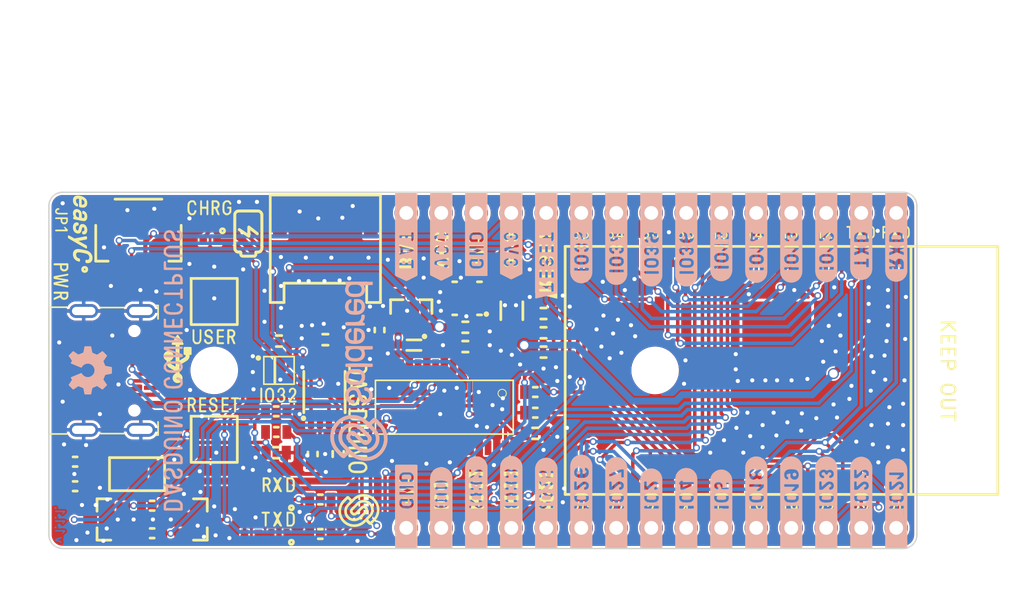
<source format=kicad_pcb>
(kicad_pcb (version 20210623) (generator pcbnew)
  (title_block (title "Dasduino CONNECTPLUS") (date "2021-07-15") (rev "v1.1.1.") (company "SOLDERED") (comment 1 "333033"))
  (layers (0 "F.Cu" mixed) (31 "B.Cu" signal) (34 "B.Paste" user) (35 "F.Paste" user) (36 "B.SilkS" user "B.Silkscreen") (37 "F.SilkS" user "F.Silkscreen") (38 "B.Mask" user) (39 "F.Mask" user) (44 "Edge.Cuts" user))
  (net 0 "")
  (net 1 "+3V3")
  (net 2 "GND")
  (net 3 "RESET")
  (net 4 "VUSB")
  (net 5 "Net-(C4-Pad1)")
  (net 6 "VCC")
  (net 7 "VBAT")
  (net 8 "TXD0")
  (net 9 "Net-(D1-Pad1)")
  (net 10 "RXD0")
  (net 11 "Net-(D2-Pad1)")
  (net 12 "Net-(D3-Pad1)")
  (net 13 "IO32")
  (net 15 "Net-(D6-Pad2)")
  (net 17 "Net-(F1-Pad2)")
  (net 19 "D-")
  (net 20 "D+")
  (net 21 "Net-(K1-PadB5)")
  (net 23 "Net-(K1-PadA5)")
  (net 24 "SDA")
  (net 25 "SCL")
  (net 26 "SPI_MISO")
  (net 27 "SPI_MOSI")
  (net 28 "SPI_SCK")
  (net 29 "SPI_CS")
  (net 30 "SENSOR_VP")
  (net 31 "SENSOR_VN")
  (net 32 "IO34")
  (net 33 "IO35")
  (net 34 "IO23")
  (net 35 "IO19")
  (net 36 "IO18")
  (net 37 "IO5")
  (net 38 "IO4")
  (net 39 "IO2")
  (net 40 "IO27")
  (net 41 "IO26")
  (net 42 "IO25")
  (net 43 "IO33")
  (net 44 "RTS")
  (net 45 "Net-(Q2-Pad1)")
  (net 46 "IO0")
  (net 47 "DTR")
  (net 48 "Net-(Q3-Pad1)")
  (net 49 "Net-(R4-Pad1)")
  (net 50 "Net-(R5-Pad1)")
  (net 51 "Net-(R14-Pad1)")
  (net 52 "Net-(R15-Pad1)")
  (net 65 "Net-(D4-Pad3)")
  (net 66 "Net-(R8-Pad1)")
  (footprint "buzzardLabel" (layer "F.Cu") (at 82.37 111.54)
    (fp_text reference "")
    (fp_text value "")
  )
  (footprint "buzzardLabel" (layer "F.Cu") (at 97.61 131.62)
    (fp_text reference "")
    (fp_text value "")
  )
  (footprint "e-radionica.com footprinti:0603R" (layer "F.Cu") (at 58.35 133.45 180)
    (fp_text reference "R5")
    (fp_text value "1k")
  )
  (footprint "e-radionica.com footprinti:0402R" (layer "F.Cu") (at 53.35 133.45 180)
    (fp_text reference "R6")
    (fp_text value "2k2")
  )
  (footprint "e-radionica.com footprinti:1206C" (layer "F.Cu") (at 72.25 117.25 -90)
    (fp_text reference "C1")
    (fp_text value "10uF")
  )
  (footprint "buzzardLabel" (layer "F.Cu") (at 89.99 111.54)
    (fp_text reference "")
    (fp_text value "")
  )
  (footprint "buzzardLabel" (layer "F.Cu") (at 100.15 111.54)
    (fp_text reference "")
    (fp_text value "")
  )
  (footprint "buzzardLabel" (layer "F.Cu") (at 95.07 131.62)
    (fp_text reference "")
    (fp_text value "")
  )
  (footprint "e-radionica.com footprinti:1206FUSE" (layer "F.Cu") (at 45.05 129.11 180)
    (fp_text reference "F1")
    (fp_text value "1206FUSE-500mA")
  )
  (footprint "e-radionica.com footprinti:0603R" (layer "F.Cu") (at 46.145 133.399 180)
    (fp_text reference "R10")
    (fp_text value "10k")
  )
  (footprint "Soldered Graphics:Logo-Back-OSH-3.5mm" (layer "F.Cu") (at 41.65 121.58 -90)
    (fp_text reference "G***" hide)
    (fp_text value "LOGO" hide)
  )
  (footprint "buzzardLabel" (layer "F.Cu") (at 50.65 119.11)
    (fp_text reference "")
    (fp_text value "")
  )
  (footprint "e-radionica.com footprinti:0603C" (layer "F.Cu") (at 73.95 126.15 180)
    (fp_text reference "C3")
    (fp_text value "0.1uF")
  )
  (footprint "Soldered Graphics:Logo-Back-SolderedFULL-13mm" (layer "F.Cu") (at 61.15 121.65 -90)
    (fp_text reference "REF**" hide)
    (fp_text value "Logo-Front-SolderedFULL-13mm" hide)
  )
  (footprint "buzzardLabel" (layer "F.Cu") (at 50.65 124.05)
    (fp_text reference "")
    (fp_text value "")
  )
  (footprint "e-radionica.com footprinti:0603R" (layer "F.Cu") (at 55.15 126.05)
    (fp_text reference "R1")
    (fp_text value "10k")
  )
  (footprint "e-radionica.com footprinti:0603C" (layer "F.Cu") (at 74.55 118.85 180)
    (fp_text reference "C8")
    (fp_text value "2.2uF")
  )
  (footprint "e-radionica.com footprinti:0603R" (layer "F.Cu") (at 58.35 130.95 180)
    (fp_text reference "R4")
    (fp_text value "1k")
  )
  (footprint "e-radionica.com footprinti:0402LED" (layer "F.Cu") (at 55.35 130.95)
    (fp_text reference "D2")
    (fp_text value "blue")
  )
  (footprint "buzzardLabel" (layer "F.Cu") (at 95.07 111.54)
    (fp_text reference "")
    (fp_text value "")
  )
  (footprint "e-radionica.com footprinti:0402R" (layer "F.Cu") (at 53.35 130.95 180)
    (fp_text reference "R7")
    (fp_text value "2k2")
  )
  (footprint "e-radionica.com footprinti:FIDUCIAL_23" (layer "F.Cu") (at 40.65 121.58 -90)
    (fp_text reference "FD1")
    (fp_text value "FIDUCIAL")
  )
  (footprint "e-radionica.com footprinti:HEADER_MALE_15X1" (layer "F.Cu") (at 82.37 133.01)
    (fp_text reference "K5")
    (fp_text value "HEADER_MALE_15X1")
  )
  (footprint "buzzardLabel" (layer "F.Cu") (at 84.91 131.62)
    (fp_text reference "")
    (fp_text value "")
  )
  (footprint "Soldered Graphics:Logo-Front-Soldered-3mm" (layer "F.Cu") (at 61.15 131.75 -90)
    (fp_text reference "G***" hide)
    (fp_text value "LOGO" hide)
  )
  (footprint "buzzardLabel" (layer "F.Cu") (at 74.75 134.91 -90)
    (fp_text reference "")
    (fp_text value "")
  )
  (footprint "e-radionica.com footprinti:0603R" (layer "F.Cu") (at 40.555 129.986 180)
    (fp_text reference "R2")
    (fp_text value "5.1k")
  )
  (footprint "e-radionica.com footprinti:TPS7A2633DRVR" (layer "F.Cu") (at 69.003 116.35 180)
    (fp_text reference "U3")
    (fp_text value "TPS7A2633DRVR")
  )
  (footprint "e-radionica.com footprinti:WS2812B-2020" (layer "F.Cu") (at 55.35 121.58 180)
    (fp_text reference "D4")
    (fp_text value "WS2812B-2020")
  )
  (footprint "Soldered Graphics:Symbol-Front-Battery" (layer "F.Cu") (at 53.05 111.65 -90)
    (fp_text reference "G***" hide)
    (fp_text value "LOGO" hide)
  )
  (footprint "buzzardLabel" (layer "F.Cu") (at 39.55 110.65 -90)
    (fp_text reference "")
    (fp_text value "")
  )
  (footprint "e-radionica.com footprinti:0402R" (layer "F.Cu") (at 50.35 112.15 180)
    (fp_text reference "R15")
    (fp_text value "2k2")
  )
  (footprint "Soldered Graphics:Symbol-Front-USB" (layer "F.Cu") (at 47.99 120.75)
    (fp_text reference "G***" hide)
    (fp_text value "LOGO" hide)
  )
  (footprint "buzzardLabel" (layer "F.Cu") (at 79.83 111.54)
    (fp_text reference "")
    (fp_text value "")
  )
  (footprint "buzzardLabel" (layer "F.Cu") (at 69.67 134.91 -90)
    (fp_text reference "")
    (fp_text value "")
  )
  (footprint "e-radionica.com footprinti:0402LED" (layer "F.Cu") (at 40.65 115.15 90)
    (fp_text reference "D3")
    (fp_text value "purple")
  )
  (footprint "buzzardLabel" (layer "F.Cu") (at 97.61 111.54)
    (fp_text reference "")
    (fp_text value "")
  )
  (footprint "buzzardLabel" (layer "F.Cu") (at 64.59 134.91 -90)
    (fp_text reference "")
    (fp_text value "")
  )
  (footprint "e-radionica.com footprinti:HEADER_MALE_15X1" (layer "F.Cu") (at 82.37 110.15)
    (fp_text reference "K4")
    (fp_text value "HEADER_MALE_15X1")
  )
  (footprint "e-radionica.com footprinti:0603R" (layer "F.Cu") (at 73.95 123.15 180)
    (fp_text reference "R13")
    (fp_text value "10k")
  )
  (footprint "e-radionica.com footprinti:0603R" (layer "F.Cu") (at 40.555 128.208 180)
    (fp_text reference "R3")
    (fp_text value "5.1k")
  )
  (footprint "e-radionica.com footprinti:SOP-16" (layer "F.Cu") (at 67.35 124.25 -90)
    (fp_text reference "U1")
    (fp_text value "CH340C")
  )
  (footprint "e-radionica.com footprinti:easyC-connector" (layer "F.Cu") (at 45.15 111.95)
    (fp_text reference "K2")
    (fp_text value "easyC-SMD")
  )
  (footprint "buzzardLabel" (layer "F.Cu") (at 79.83 131.62)
    (fp_text reference "")
    (fp_text value "")
  )
  (footprint "e-radionica.com footprinti:0402LED" (layer "F.Cu") (at 55.35 133.45)
    (fp_text reference "D1")
    (fp_text value "white")
  )
  (footprint "e-radionica.com footprinti:SOT-23-3" (layer "F.Cu") (at 42.845 132.399 180)
    (fp_text reference "Q2")
    (fp_text value "NPN-SOT-23-3")
  )
  (footprint "Soldered Graphics:Logo-Front-easyC-5mm" (layer "F.Cu") (at 40.95 111.35 -90)
    (fp_text reference "G***" hide)
    (fp_text value "LOGO" hide)
  )
  (footprint "e-radionica.com footprinti:SOD-323" (layer "F.Cu") (at 65.15 119.746803)
    (fp_text reference "D5")
    (fp_text value "schottky diode")
  )
  (footprint "e-radionica.com footprinti:0603C" (layer "F.Cu") (at 68.876 118.45 180)
    (fp_text reference "C7")
    (fp_text value "2.2uF")
  )
  (footprint "buzzardLabel" (layer "F.Cu") (at 89.99 131.62)
    (fp_text reference "")
    (fp_text value "")
  )
  (footprint "e-radionica.com footprinti:0603R" (layer "F.Cu") (at 46.145 131.399)
    (fp_text reference "R11")
    (fp_text value "10k")
  )
  (footprint "buzzardLabel" (layer "F.Cu") (at 72.21 134.91 -90)
    (fp_text reference "")
    (fp_text value "")
  )
  (footprint "e-radionica.com footprinti:SMD-JUMPER-CONNECTED_TRACE_SLODERMASK" (layer "F.Cu") (at 39.55 112.75 -90)
    (fp_text reference "JP1")
    (fp_text value "SMD-JUMPER-CONNECTED_TRACE_SLODERMASK")
  )
  (footprint "e-radionica.com footprinti:ESP32-WROVER" (layer "F.Cu") (at 88.65 121.58 -90)
    (fp_text reference "U2")
    (fp_text value "ESP32-WROVER")
  )
  (footprint "buzzardLabel" (layer "F.Cu") (at 50.35 109.75)
    (fp_text reference "")
    (fp_text value "")
  )
  (footprint "buzzardLabel" (layer "F.Cu") (at 55.35 132.35)
    (fp_text reference "")
    (fp_text value "")
  )
  (footprint "e-radionica.com footprinti:0402LED" (layer "F.Cu") (at 50.35 110.85)
    (fp_text reference "D6")
    (fp_text value "red")
  )
  (footprint "e-radionica.com footprinti:0603C" (layer "F.Cu") (at 68.876 119.85)
    (fp_text reference "C4")
    (fp_text value "0.1uF")
  )
  (footprint "buzzardLabel" (layer "F.Cu") (at 74.75 108.25 -90)
    (fp_text reference "")
    (fp_text value "")
  )
  (footprint "buzzardLabel" (layer "F.Cu") (at 61.05 125.05 -90)
    (fp_text reference "")
    (fp_text value "")
  )
  (footprint "buzzardLabel" (layer "F.Cu") (at 87.45 111.54)
    (fp_text reference "")
    (fp_text value "")
  )
  (footprint "e-radionica.com footprinti:0603R" (layer "F.Cu") (at 62.65 118.65 90)
    (fp_text reference "R9")
    (fp_text value "100k")
  )
  (footprint "e-radionica.com footprinti:YTSA007A0151803B" (layer "F.Cu") (at 50.65 116.58)
    (fp_text reference "SW2")
    (fp_text value "YTSA007A0151803B")
  )
  (footprint "e-radionica.com footprinti:HOLE_3.2mm" (layer "F.Cu") (at 50.65 121.58 -90)
    (fp_text reference "H1" hide)
    (fp_text value "HOLE_3.2mm" hide)
  )
  (footprint "buzzardLabel" (layer "F.Cu") (at 64.59 108.25 -90)
    (fp_text reference "")
    (fp_text value "")
  )
  (footprint "buzzardLabel" (layer "F.Cu") (at 92.53 111.54)
    (fp_text reference "")
    (fp_text value "")
  )
  (footprint "e-radionica.com footprinti:0603C" (layer "F.Cu") (at 58.716 119.35)
    (fp_text reference "C9")
    (fp_text value "2.2uF")
  )
  (footprint "buzzardLabel" (layer "F.Cu") (at 77.29 131.62)
    (fp_text reference "")
    (fp_text value "")
  )
  (footprint "buzzardLabel" (layer "F.Cu") (at 87.45 131.62)
    (fp_text reference "")
    (fp_text value "")
  )
  (footprint "buzzardLabel" (layer "F.Cu") (at 69.67 108.25 -90)
    (fp_text reference "")
    (fp_text value "")
  )
  (footprint "buzzardLabel" (layer "F.Cu") (at 67.13 134.91 -90)
    (fp_text reference "")
    (fp_text value "")
  )
  (footprint "e-radionica.com footprinti:0603C" (layer "F.Cu") (at 55.15 127.55 180)
    (fp_text reference "C2")
    (fp_text value "1uF")
  )
  (footprint "e-radionica.com footprinti:JST-2pin-SMD" (layer "F.Cu") (at 58.716 113.65)
    (fp_text reference "K3")
    (fp_text value "JST-2pin-SMD")
  )
  (footprint "e-radionica.com footprinti:0603C" (layer "F.Cu") (at 74.55 120.25 180)
    (fp_text reference "C6")
    (fp_text value "0.1uF")
  )
  (footprint "e-radionica.com footprinti:0603R" (layer "F.Cu") (at 73.95 124.65)
    (fp_text reference "R12")
    (fp_text value "10k")
  )
  (footprint "buzzardLabel" (layer "F.Cu") (at 84.91 111.54)
    (fp_text reference "")
    (fp_text value "")
  )
  (footprint "buzzardLabel" (layer "F.Cu") (at 39.55 115.15 -90)
    (fp_text reference "")
    (fp_text value "")
  )
  (footprint "e-radionica.com footprinti:0603R" (layer "F.Cu") (at 55.15 124.55)
    (fp_text reference "R17")
    (fp_text value "1k")
  )
  (footprint "e-radionica.com footprinti:0603C" (layer "F.Cu") (at 74.55 117.45 180)
    (fp_text reference "C5")
    (fp_text value "1uF")
  )
  (footprint "buzzardLabel" (layer "F.Cu") (at 67.13 108.25 -90)
    (fp_text reference "")
    (fp_text value "")
  )
  (footprint "e-radionica.com footprinti:0603C" (layer "F.Cu") (at 59.65 127.65 90)
    (fp_text reference "C10")
    (fp_text value "2.2uF")
  )
  (footprint "buzzardLabel" (layer "F.Cu") (at 92.53 131.62)
    (fp_text reference "")
    (fp_text value "")
  )
  (footprint "e-radionica.com footprinti:TP4056M-MSOP8" (layer "F.Cu") (at 58.65 123.15 90)
    (fp_text reference "U4")
    (fp_text value "TP4056M")
  )
  (footprint "e-radionica.com footprinti:0603R" (layer "F.Cu") (at 57.8 127.65 -90)
    (fp_text reference "R14")
    (fp_text value "3k")
  )
  (footprint "e-radionica.com footprinti:YTSA007A0151803B" (layer "F.Cu") (at 50.65 126.58)
    (fp_text reference "SW1")
    (fp_text value "YTSA007A0151803B")
  )
  (footprint "e-radionica.com footprinti:0603C" (layer "F.Cu") (at 55.35 119.45 180)
    (fp_text reference "C11")
    (fp_text value "100nF")
  )
  (footprint "e-radionica.com footprinti:0402R" (layer "F.Cu") (at 41.85 115.15 -90)
    (fp_text reference "R8")
    (fp_text value "2k2")
  )
  (footprint "buzzardLabel" (layer "F.Cu") (at 82.37 131.62)
    (fp_text reference "")
    (fp_text value "")
  )
  (footprint "buzzardLabel" (layer "F.Cu") (at 100.15 131.62)
    (fp_text reference "")
    (fp_text value "")
  )
  (footprint "buzzardLabel" (layer "F.Cu") (at 77.29 111.54)
    (fp_text reference "")
    (fp_text value "")
  )
  (footprint "buzzardLabel" (layer "F.Cu") (at 55.35 129.85)
    (fp_text reference "")
    (fp_text value "")
  )
  (footprint "e-radionica.com footprinti:SOT-23-3" (layer "F.Cu") (at 64.95 117.15 90)
    (fp_text reference "Q1")
    (fp_text value "PMOS-SOT-23-3")
  )
  (footprint "e-radionica.com footprinti:SOT-23-3" (layer "F.Cu") (at 49.445 132.399)
    (fp_text reference "Q3")
    (fp_text value "NPN-SOT-23-3")
  )
  (footprint "e-radionica.com footprinti:HOLE_3.2mm" (layer "F.Cu") (at 82.65 121.58 -90)
    (fp_text reference "H3" hide)
    (fp_text value "HOLE_3.2mm" hide)
  )
  (footprint "e-radionica.com footprinti:U262-161N-4BVC11" (layer "F.Cu") (at 43.65 121.58 -90)
    (fp_text reference "K1")
    (fp_text value "U262-161N-4BVC11")
  )
  (footprint "buzzardLabel" (layer "F.Cu") (at 55.35 123.35)
    (fp_text reference "")
    (fp_text value "")
  )
  (footprint "buzzardLabel" (layer "F.Cu") (at 72.21 108.25 -90)
    (fp_text reference "")
    (fp_text value "")
  )
  (footprint "buzzardLabel" (layer "B.Cu") (at 67.13 134.91 90)
    (fp_text reference "")
    (fp_text value "")
  )
  (footprint "buzzardLabel" (layer "B.Cu") (at 67.13 108.25 90)
    (fp_text reference "")
    (fp_text value "")
  )
  (footprint "buzzardLabel" (layer "B.Cu") (at 72.21 108.25 90)
    (fp_text reference "")
    (fp_text value "")
  )
  (footprint "buzzardLabel" (layer "B.Cu") (at 79.83 134.91 90)
    (fp_text reference "")
    (fp_text value "")
  )
  (footprint "buzzardLabel" (layer "B.Cu") (at 100.15 108.25 90)
    (fp_text reference "")
    (fp_text value "")
  )
  (footprint "buzzardLabel" (layer "B.Cu") (at 95.07 108.25 90)
    (fp_text reference "")
    (fp_text value "")
  )
  (footprint "Soldered Graphics:Version1.1.1." (layer "B.Cu") (at 39.45 132.75 90)
    (fp_text reference "REF**" hide)
    (fp_text value "Version1.1.1." hide)
  )
  (footprint "buzzardLabel" (layer "B.Cu") (at 69.67 134.91 90)
    (fp_text reference "")
    (fp_text value "")
  )
  (footprint "buzzardLabel" (layer "B.Cu") (at 87.45 134.91 90)
    (fp_text reference "")
    (fp_text value "")
  )
  (footprint "buzzardLabel" (layer "B.Cu") (at 95.07 134.91 90)
    (fp_text reference "")
    (fp_text value "")
  )
  (footprint "buzzardLabel" (layer "B.Cu") (at 47.65 121.58 90)
    (fp_text reference "")
    (fp_text value "")
  )
  (footprint "buzzardLabel" (layer "B.Cu") (at 92.53 134.91 90)
    (fp_text reference "")
    (fp_text value "")
  )
  (footprint "buzzardLabel" (layer "B.Cu") (at 64.59 108.25 90)
    (fp_text reference "")
    (fp_text value "")
  )
  (footprint "buzzardLabel" (layer "B.Cu") (at 89.99 108.25 90)
    (fp_text reference "")
    (fp_text value "")
  )
  (footprint "buzzardLabel" (layer "B.Cu") (at 79.83 108.25 90)
    (fp_text reference "")
    (fp_text value "")
  )
  (footprint "buzzardLabel" (layer "B.Cu") (at 92.53 108.25 90)
    (fp_text reference "")
    (fp_text value "")
  )
  (footprint "buzzardLabel" (layer "B.Cu") (at 74.75 134.91 90)
    (fp_text reference "")
    (fp_text value "")
  )
  (footprint "buzzardLabel" (layer "B.Cu") (at 82.37 108.25 90)
    (fp_text reference "")
    (fp_text value "")
  )
  (footprint "buzzardLabel" (layer "B.Cu") (at 74.75 108.25 90)
    (fp_text reference "")
    (fp_text value "")
  )
  (footprint "buzzardLabel" (layer "B.Cu") (at 69.67 108.25 90)
    (fp_text reference "")
    (fp_text value "")
  )
  (footprint "buzzardLabel" (layer "B.Cu") (at 72.21 134.91 90)
    (fp_text reference "")
    (fp_text value "")
  )
  (footprint "buzzardLabel" (layer "B.Cu") (at 87.45 108.25 90)
    (fp_text reference "")
    (fp_text value "")
  )
  (footprint "buzzardLabel" (layer "B.Cu") (at 82.37 134.91 90)
    (fp_text reference "")
    (fp_text value "")
  )
  (footprint "buzzardLabel" (layer "B.Cu") (at 77.29 134.91 90)
    (fp_text reference "")
    (fp_text value "")
  )
  (footprint "buzzardLabel" (layer "B.Cu") (at 97.61 134.91 90)
    (fp_text reference "")
    (fp_text value "")
  )
  (footprint "buzzardLabel" (layer "B.Cu") (at 89.99 134.91 90)
    (fp_text reference "")
    (fp_text value "")
  )
  (footprint "buzzardLabel" (layer "B.Cu") (at 97.61 108.25 90)
    (fp_text reference "")
    (fp_text value "")
  )
  (footprint "buzzardLabel" (layer "B.Cu") (at 64.59 134.91 90)
    (fp_text reference "")
    (fp_text value "")
  )
  (footprint "buzzardLabel" (layer "B.Cu") (at 84.91 134.91 90)
    (fp_text reference "")
    (fp_text value "")
  )
  (footprint "buzzardLabel" (layer "B.Cu") (at 100.15 134.91 90)
    (fp_text reference "")
    (fp_text value "")
  )
  (footprint "buzzardLabel" (layer "B.Cu") (at 84.91 108.25 90)
    (fp_text reference "")
    (fp_text value "")
  )
  (footprint "buzzardLabel" (layer "B.Cu") (at 77.29 108.25 90)
    (fp_text reference "")
    (fp_text value "")
  )
  (gr_arc (start 39.65 133.51) (end 38.65 133.51) (angle -90) (layer "Edge.Cuts") (width 0.1))
  (gr_arc (start 100.65 133.51) (end 101.65 133.51) (angle 90) (layer "Edge.Cuts") (width 0.1))
  (gr_arc (start 39.65 109.65) (end 38.65 109.65) (angle 90) (layer "Edge.Cuts") (width 0.1))
  (gr_line locked (start 100.65 108.65) (end 39.65 108.65) (layer "Edge.Cuts") (width 0.1))
  (gr_line locked (start 39.65 134.51) (end 100.65 134.51) (layer "Edge.Cuts") (width 0.1))
  (gr_arc (start 100.65 109.65) (end 101.65 109.65) (angle -90) (layer "Edge.Cuts") (width 0.1))
  (gr_line locked (start 101.65 133.51) (end 101.65 109.65) (layer "Edge.Cuts") (width 0.1))
  (gr_line locked (start 38.65 109.65) (end 38.65 133.51) (layer "Edge.Cuts") (width 0.1))
  (segment (start 70.85 116.79) (end 70.59 117.05) (width 0.4) (layer "F.Cu") (net 1))
  (segment (start 45.65 111.75) (end 45.35 111.45) (width 0.3) (layer "F.Cu") (net 1))
  (segment (start 73.175 122.465) (end 73.175 123.15) (width 0.254) (layer "F.Cu") (net 1))
  (segment (start 56.05 126.05) (end 55.925 126.05) (width 0.254) (layer "F.Cu") (net 1))
  (segment (start 45.35 111.45) (end 41.45 111.45) (width 0.3) (layer "F.Cu") (net 1))
  (segment (start 40.5 112.4) (end 39.55 112.4) (width 0.3) (layer "F.Cu") (net 1))
  (segment (start 73.82 121.38) (end 73.82 120.25) (width 0.254) (layer "F.Cu") (net 1))
  (segment (start 41.45 111.45) (end 40.5 112.4) (width 0.3) (layer "F.Cu") (net 1))
  (segment (start 70.59 117.05) (end 70.048 117.05) (width 0.4) (layer "F.Cu") (net 1))
  (segment (start 72.21 110.15) (end 72.21 112.29) (width 0.4) (layer "F.Cu") (net 1))
  (segment (start 73.175 122.025) (end 73.82 121.38) (width 0.254) (layer "F.Cu") (net 1))
  (segment (start 73.175 122.465) (end 73.175 122.025) (width 0.254) (layer "F.Cu") (net 1))
  (segment (start 45.65 112.25) (end 45.65 111.75) (width 0.3) (layer "F.Cu") (net 1))
  (segment (start 45.65 112.25) (end 45.65 113.8) (width 0.3) (layer "F.Cu") (net 1))
  (segment (start 98.81 118.59) (end 95.59 121.81) (width 0.5) (layer "F.Cu") (net 1))
  (segment (start 98.81 113.08) (end 98.81 118.59) (width 0.5) (layer "F.Cu") (net 1))
  (segment (start 70.85 113.65) (end 70.85 116.79) (width 0.4) (layer "F.Cu") (net 1))
  (segment (start 46.25 111.65) (end 45.65 112.25) (width 0.3) (layer "F.Cu") (net 1))
  (segment (start 56.65 126.65) (end 56.05 126.05) (width 0.254) (layer "F.Cu") (net 1))
  (segment (start 72.21 112.29) (end 70.85 113.65) (width 0.4) (layer "F.Cu") (net 1))
  (segment (start 98.81 113.08) (end 98.79 113.1) (width 0.5) (layer "F.Cu") (net 1))
  (via (at 73.15 119.75) (size 0.8) (drill 0.6) (layers "F.Cu" "B.Cu") (net 1))
  (via (at 73.175 122.465) (size 0.5) (drill 0.3) (layers "F.Cu" "B.Cu") (net 1))
  (via (at 95.59 121.81) (size 0.8) (drill 0.6) (layers "F.Cu" "B.Cu") (net 1))
  (via (at 46.25 111.65) (size 0.5) (drill 0.3) (layers "F.Cu" "B.Cu") (net 1))
  (via (at 56.65 126.65) (size 0.5) (drill 0.3) (layers "F.Cu" "B.Cu") (net 1))
  (segment (start 76.93 119.75) (end 76.25 119.75) (width 0.5) (layer "B.Cu") (net 1))
  (segment (start 73.19 125.31) (end 73.19 122.48) (width 0.254) (layer "B.Cu") (net 1))
  (segment (start 80.99 123.81) (end 76.93 119.75) (width 0.5) (layer "B.Cu") (net 1))
  (segment (start 56.65 126.65) (end 56.65 127.8) (width 0.254) (layer "B.Cu") (net 1))
  (segment (start 84.159682 123.81) (end 80.99 123.81) (width 0.5) (layer "B.Cu") (net 1))
  (segment (start 70.51 111.85) (end 72.21 110.15) (width 0.3) (layer "B.Cu") (net 1))
  (segment (start 46.25 111.65) (end 46.45 111.85) (width 0.3) (layer "B.Cu") (net 1))
  (segment (start 94.049999 123.350001) (end 84.619681 123.350001) (width 0.5) (layer "B.Cu") (net 1))
  (segment (start 84.619681 123.350001) (end 84.159682 123.81) (width 0.5) (layer "B.Cu") (net 1))
  (segment (start 46.45 111.85) (end 70.51 111.85) (width 0.3) (layer "B.Cu") (net 1))
  (segment (start 73.19 122.48) (end 73.175 122.465) (width 0.254) (layer "B.Cu") (net 1))
  (segment (start 56.65 127.8) (end 58.46 129.61) (width 0.254) (layer "B.Cu") (net 1))
  (segment (start 95.59 121.81) (end 94.049999 123.350001) (width 0.5) (layer "B.Cu") (net 1))
  (segment (start 58.46 129.61) (end 68.89 129.61) (width 0.254) (layer "B.Cu") (net 1))
  (segment (start 68.89 129.61) (end 73.19 125.31) (width 0.254) (layer "B.Cu") (net 1))
  (segment (start 76.25 119.75) (end 73.15 119.75) (width 0.5) (layer "B.Cu") (net 1))
  (via (at 63.25 120.35) (size 0.5) (drill 0.3) (layers "F.Cu" "B.Cu") (net 2))
  (via (at 100.75 122.3) (size 0.5) (drill 0.3) (layers "F.Cu" "B.Cu") (net 2))
  (via (at 59.95 110.5) (size 0.5) (drill 0.3) (layers "F.Cu" "B.Cu") (net 2))
  (via (at 53.65 132.25) (size 0.5) (drill 0.3) (layers "F.Cu" "B.Cu") (net 2))
  (via (at 98.15 115.55) (size 0.5) (drill 0.3) (layers "F.Cu" "B.Cu") (net 2))
  (via (at 84.75 122.55) (size 0.5) (drill 0.3) (layers "F.Cu" "B.Cu") (net 2))
  (via (at 65.85 114.85) (size 0.5) (drill 0.3) (layers "F.Cu" "B.Cu") (net 2))
  (via (at 53.45 121.7) (size 0.5) (drill 0.3) (layers "F.Cu" "B.Cu") (net 2))
  (via (at 52.75 128.65) (size 0.5) (drill 0.3) (layers "F.Cu" "B.Cu") (net 2))
  (via (at 40.5 129.1) (size 0.5) (drill 0.3) (layers "F.Cu" "B.Cu") (net 2))
  (via (at 72.25 120.45) (size 0.5) (drill 0.3) (layers "F.Cu" "B.Cu") (net 2))
  (via (at 95.75 120.2) (size 0.5) (drill 0.3) (layers "F.Cu" "B.Cu") (net 2))
  (via (at 57.05 121.35) (size 0.5) (drill 0.3) (layers "F.Cu" "B.Cu") (net 2))
  (via (at 98.35 120.55) (size 0.5) (drill 0.3) (layers "F.Cu" "B.Cu") (net 2))
  (via (at 86.65 127.55) (size 0.5) (drill 0.3) (layers "F.Cu" "B.Cu") (net 2))
  (via (at 48.9 123) (size 0.5) (drill 0.3) (layers "F.Cu" "B.Cu") (net 2))
  (via (at 56.85 124.75) (size 0.5) (drill 0.3) (layers "F.Cu" "B.Cu") (net 2))
  (via (at 89.45 116.05) (size 0.5) (drill 0.3) (layers "F.Cu" "B.Cu") (net 2))
  (via (at 53.5 122.95) (size 0.5) (drill 0.3) (layers "F.Cu" "B.Cu") (net 2))
  (via (at 99.55 116.95) (size 0.5) (drill 0.3) (layers "F.Cu" "B.Cu") (net 2))
  (via (at 57.3 113.4) (size 0.5) (drill 0.3) (layers "F.Cu" "B.Cu") (net 2))
  (via (at 99.3 120.5) (size 0.5) (drill 0.3) (layers "F.Cu" "B.Cu") (net 2))
  (via (at 58.2 110.55) (size 0.5) (drill 0.3) (layers "F.Cu" "B.Cu") (net 2))
  (via (at 76.05 130.15) (size 0.5) (drill 0.3) (layers "F.Cu" "B.Cu") (net 2))
  (via (at 59.65 122.55) (size 0.5) (drill 0.3) (layers "F.Cu" "B.Cu") (net 2))
  (via (at 50.75 133.55) (size 0.5) (drill 0.3) (layers "F.Cu" "B.Cu") (net 2))
  (via (at 92.55 122.3) (size 0.5) (drill 0.3) (layers "F.Cu" "B.Cu") (net 2))
  (via (at 60.7 109.65) (size 0.5) (drill 0.3) (layers "F.Cu" "B.Cu") (net 2))
  (via (at 68.95 117.65) (size 0.5) (drill 0.3) (layers "F.Cu" "B.Cu") (net 2))
  (via (at 53.45 128.8) (size 0.5) (drill 0.3) (layers "F.Cu" "B.Cu") (net 2))
  (via (at 80.45 115.75) (size 0.5) (drill 0.3) (layers "F.Cu" "B.Cu") (net 2))
  (via (at 75.55 122.35) (size 0.5) (drill 0.3) (layers "F.Cu" "B.Cu") (net 2))
  (via (at 98.45 126.95) (size 0.5) (drill 0.3) (layers "F.Cu" "B.Cu") (net 2))
  (via (at 47.5 132.4) (size 0.5) (drill 0.3) (layers "F.Cu" "B.Cu") (net 2))
  (via (at 84.85 120.85) (size 0.5) (drill 0.3) (layers "F.Cu" "B.Cu") (net 2))
  (via (at 98.8 111.45) (size 0.5) (drill 0.3) (layers "F.Cu" "B.Cu") (net 2))
  (via (at 93.25 125.95) (size 0.5) (drill 0.3) (layers "F.Cu" "B.Cu") (net 2))
  (via (at 96.05 117.55) (size 0.5) (drill 0.3) (layers "F.Cu" "B.Cu") (net 2))
  (via (at 40.65 133.9) (size 0.5) (drill 0.3) (layers "F.Cu" "B.Cu") (net 2))
  (via (at 66.05 128.35) (size 0.5) (drill 0.3) (layers "F.Cu" "B.Cu") (net 2))
  (via (at 67.75 128.25) (size 0.5) (drill 0.3) (layers "F.Cu" "B.Cu") (net 2))
  (via (at 55.5 115.45) (size 0.5) (drill 0.3) (layers "F.Cu" "B.Cu") (net 2))
  (via (at 61.05 133.95) (size 0.5) (drill 0.3) (layers "F.Cu" "B.Cu") (net 2))
  (via (at 57.5 115.1) (size 0.5) (drill 0.3) (layers "F.Cu" "B.Cu") (net 2))
  (via (at 98.35 125.55) (size 0.5) (drill 0.3) (layers "F.Cu" "B.Cu") (net 2))
  (via (at 41.45 133.35) (size 0.5) (drill 0.3) (layers "F.Cu" "B.Cu") (net 2))
  (via (at 95.6 124.05) (size 0.5) (drill 0.3) (layers "F.Cu" "B.Cu") (net 2))
  (via (at 41.35 127) (size 0.5) (drill 0.3) (layers "F.Cu" "B.Cu") (net 2))
  (via (at 94.75 119.45) (size 0.5) (drill 0.3) (layers "F.Cu" "B.Cu") (net 2))
  (via (at 88.5 121.5) (size 0.5) (drill 0.3) (layers "F.Cu" "B.Cu") (net 2))
  (via (at 59.75 115.05) (size 0.5) (drill 0.3) (layers "F.Cu" "B.Cu") (net 2))
  (via (at 92.75 115.75) (size 0.5) (drill 0.3) (layers "F.Cu" "B.Cu") (net 2))
  (via (at 80.2 120.3) (size 0.5) (drill 0.3) (layers "F.Cu" "B.Cu") (net 2))
  (via (at 76.45 116.95) (size 0.5) (drill 0.3) (layers "F.Cu" "B.Cu") (net 2))
  (via (at 49.9 133.65) (size 0.5) (drill 0.3) (layers "F.Cu" "B.Cu") (net 2))
  (via (at 95.65 115.55) (size 0.5) (drill 0.3) (layers "F.Cu" "B.Cu") (net 2))
  (via (at 93.7 122.2) (size 0.5) (drill 0.3) (layers "F.Cu" "B.Cu") (net 2))
  (via (at 63.55 128.15) (size 0.5) (drill 0.3) (layers "F.Cu" "B.Cu") (net 2))
  (via (at 67.35 123.05) (size 0.5) (drill 0.3) (layers "F.Cu" "B.Cu") (net 2))
  (via (at 70.95 128.45) (size 0.5) (drill 0.3) (layers "F.Cu" "B.Cu") (net 2))
  (via (at 63.25 113.55) (size 0.5) (drill 0.3) (layers "F.Cu" "B.Cu") (net 2))
  (via (at 79.6 118.9) (size 0.5) (drill 0.3) (layers "F.Cu" "B.Cu") (net 2))
  (via (at 61.85 113.4) (size 0.5) (drill 0.3) (layers "F.Cu" "B.Cu") (net 2))
  (via (at 95.25 118.35) (size 0.5) (drill 0.3) (layers "F.Cu" "B.Cu") (net 2))
  (via (at 55.5 118.4) (size 0.5) (drill 0.3) (layers "F.Cu" "B.Cu") (net 2))
  (via (at 94.35 125.05) (size 0.5) (drill 0.3) (layers "F.Cu" "B.Cu") (net 2))
  (via (at 53.65 127.9) (size 0.5) (drill 0.3) (layers "F.Cu" "B.Cu") (net 2))
  (via (at 81.2 119.1) (size 0.5) (drill 0.3) (layers "F.Cu" "B.Cu") (net 2))
  (via (at 67.05 124.75) (size 0.5) (drill 0.3) (layers "F.Cu" "B.Cu") (net 2))
  (via (at 74.55 121.45) (size 0.5) (drill 0.3) (layers "F.Cu" "B.Cu") (net 2))
  (via (at 58.6 118.2) (size 0.5) (drill 0.3) (layers "F.Cu" "B.Cu") (net 2))
  (via (at 96.75 123.65) (size 0.5) (drill 0.3) (layers "F.Cu" "B.Cu") (net 2))
  (via (at 71.75 116.85) (size 0.5) (drill 0.3) (layers "F.Cu" "B.Cu") (net 2))
  (via (at 45.29 115.75) (size 0.5) (drill 0.3) (layers "F.Cu" "B.Cu") (net 2))
  (via (at 49.6 128.9) (size 0.5) (drill 0.3) (layers "F.Cu" "B.Cu") (net 2))
  (via (at 69.85 123.15) (size 0.5) (drill 0.3) (layers "F.Cu" "B.Cu") (net 2))
  (via (at 99.45 119.45) (size 0.5) (drill 0.3) (layers "F.Cu" "B.Cu") (net 2))
  (via (at 59.15 113.4) (size 0.5) (drill 0.3) (layers "F.Cu" "B.Cu") (net 2))
  (via (at 98.15 118) (size 0.5) (drill 0.3) (layers "F.Cu" "B.Cu") (net 2))
  (via (at 42.9 130.95) (size 0.5) (drill 0.3) (layers "F.Cu" "B.Cu") (net 2))
  (via (at 39.4 119.55) (size 0.5) (drill 0.3) (layers "F.Cu" "B.Cu") (net 2))
  (via (at 98.15 116.75) (size 0.5) (drill 0.3) (layers "F.Cu" "B.Cu") (net 2))
  (via (at 64.65 117.25) (size 0.5) (drill 0.3) (layers "F.Cu" "B.Cu") (net 2))
  (via (at 70.65 119.75) (size 0.5) (drill 0.3) (layers "F.Cu" "B.Cu") (net 2))
  (via (at 58.7 127.65) (size 0.5) (drill 0.3) (layers "F.Cu" "B.Cu") (net 2))
  (via (at 53.45 120.55) (size 0.5) (drill 0.3) (layers "F.Cu" "B.Cu") (net 2))
  (via (at 50.65 116.35) (size 0.5) (drill 0.3) (layers "F.Cu" "B.Cu") (net 2))
  (via (at 50.65 114.05) (size 0.5) (drill 0.3) (layers "F.Cu" "B.Cu") (net 2))
  (via (at 96.9 122.7) (size 0.5) (drill 0.3) (layers "F.Cu" "B.Cu") (net 2))
  (via (at 42.05 131.35) (size 0.5) (drill 0.3) (layers "F.Cu" "B.Cu") (net 2))
  (via (at 93.3 124.7) (size 0.5) (drill 0.3) (layers "F.Cu" "B.Cu") (net 2))
  (via (at 79.35 120.7) (size 0.5) (drill 0.3) (layers "F.Cu" "B.Cu") (net 2))
  (via (at 92.25 125.35) (size 0.5) (drill 0.3) (layers "F.Cu" "B.Cu") (net 2))
  (via (at 78.75 119.85) (size 0.5) (drill 0.3) (layers "F.Cu" "B.Cu") (net 2))
  (via (at 71.55 124.4) (size 0.5) (drill 0.3) (layers "F.Cu" "B.Cu") (net 2))
  (via (at 43.65 132.4) (size 0.5) (drill 0.3) (layers "F.Cu" "B.Cu") (net 2))
  (via (at 100.8 119.3) (size 0.5) (drill 0.3) (layers "F.Cu" "B.Cu") (net 2))
  (via (at 67.1 117.25) (size 0.5) (drill 0.3) (layers "F.Cu" "B.Cu") (net 2))
  (via (at 51.75 133.75) (size 0.5) (drill 0.3) (layers "F.Cu" "B.Cu") (net 2))
  (via (at 54.3 115.8) (size 0.5) (drill 0.3) (layers "F.Cu" "B.Cu") (net 2))
  (via (at 57.75 118.3) (size 0.5) (drill 0.3) (layers "F.Cu" "B.Cu") (net 2))
  (via (at 52.45 109.35) (size 0.5) (drill 0.3) (layers "F.Cu" "B.Cu") (net 2))
  (via (at 48.85 110.55) (size 0.5) (drill 0.3) (layers "F.Cu" "B.Cu") (net 2))
  (via (at 55.45 122.25) (size 0.5) (drill 0.3) (layers "F.Cu" "B.Cu") (net 2))
  (via (at 89.05 127.55) (size 0.5) (drill 0.3) (layers "F.Cu" "B.Cu") (net 2))
  (via (at 49.75 124.908022) (size 0.5) (drill 0.3) (layers "F.Cu" "B.Cu") (net 2))
  (via (at 55.49 113.35) (size 0.5) (drill 0.3) (layers "F.Cu" "B.Cu") (net 2))
  (via (at 67.25 119.75) (size 0.5) (drill 0.3) (layers "F.Cu" "B.Cu") (net 2))
  (via (at 99.65 124.25) (size 0.5) (drill 0.3) (layers "F.Cu" "B.Cu") (net 2))
  (via (at 58.65 115.1) (size 0.5) (drill 0.3) (layers "F.Cu" "B.Cu") (net 2))
  (via (at 66.95 116.6) (size 0.5) (drill 0.3) (layers "F.Cu" "B.Cu") (net 2))
  (via (at 96.1 119.05) (size 0.5) (drill 0.3) (layers "F.Cu" "B.Cu") (net 2))
  (via (at 62.05 122.95) (size 0.5) (drill 0.3) (layers "F.Cu" "B.Cu") (net 2))
  (via (at 87.65 126.65) (size 0.5) (drill 0.3) (layers "F.Cu" "B.Cu") (net 2))
  (via (at 61.95 120.75) (size 0.5) (drill 0.3) (layers "F.Cu" "B.Cu") (net 2))
  (via (at 52.15 131.65) (size 0.5) (drill 0.3) (layers "F.Cu" "B.Cu") (net 2))
  (via (at 99.55 125.45) (size 0.5) (drill 0.3) (layers "F.Cu" "B.Cu") (net 2))
  (via (at 75.45 121.35) (size 0.5) (drill 0.3) (layers "F.Cu" "B.Cu") (net 2))
  (via (at 100.65 124) (size 0.5) (drill 0.3) (layers "F.Cu" "B.Cu") (net 2))
  (via (at 43.7 122.6) (size 0.5) (drill 0.3) (layers "F.Cu" "B.Cu") (net 2))
  (via (at 88.65 122.35) (size 0.5) (drill 0.3) (layers "F.Cu" "B.Cu") (net 2))
  (via (at 42.65 112.65) (size 0.5) (drill 0.3) (layers "F.Cu" "B.Cu") (net 2))
  (via (at 63.35 122.85) (size 0.5) (drill 0.3) (layers "F.Cu" "B.Cu") (net 2))
  (via (at 99.35 122.25) (size 0.5) (drill 0.3) (layers "F.Cu" "B.Cu") (net 2))
  (via (at 70.85 124.1) (size 0.5) (drill 0.3) (layers "F.Cu" "B.Cu") (net 2))
  (via (at 75.95 116.15) (size 0.5) (drill 0.3) (layers "F.Cu" "B.Cu") (net 2))
  (via (at 60.05 118.45) (size 0.5) (drill 0.3) (layers "F.Cu" "B.Cu") (net 2))
  (via (at 78.4 118.6) (size 0.5) (drill 0.3) (layers "F.Cu" "B.Cu") (net 2))
  (via (at 53.75 109.35) (size 0.5) (drill 0.3) (layers "F.Cu" "B.Cu") (net 2))
  (via (at 67.05 115.9) (size 0.5) (drill 0.3) (layers "F.Cu" "B.Cu") (net 2))
  (via (at 89.7 122.3) (size 0.5) (drill 0.3) (layers "F.Cu" "B.Cu") (net 2))
  (via (at 47.75 128.05) (size 0.5) (drill 0.3) (layers "F.Cu" "B.Cu") (net 2))
  (via (at 54.3 118.05) (size 0.5) (drill 0.3) (layers "F.Cu" "B.Cu") (net 2))
  (via (at 98.3 123.05) (size 0.5) (drill 0.3) (layers "F.Cu" "B.Cu") (net 2))
  (via (at 43.25 119.05) (size 0.5) (drill 0.3) (layers "F.Cu" "B.Cu") (net 2))
  (via (at 75.55 126.4) (size 0.5) (drill 0.3) (layers "F.Cu" "B.Cu") (net 2))
  (via (at 90.45 125.55) (size 0.5) (drill 0.3) (layers "F.Cu" "B.Cu") (net 2))
  (via (at 73.55 114.25) (size 0.5) (drill 0.3) (layers "F.Cu" "B.Cu") (net 2))
  (via (at 57 119.25) (size 0.5) (drill 0.3) (layers "F.Cu" "B.Cu") (net 2))
  (via (at 55.5 117.05) (size 0.5) (drill 0.3) (layers "F.Cu" "B.Cu") (net 2))
  (via (at 49.45 132.85) (size 0.5) (drill 0.3) (layers "F.Cu" "B.Cu") (net 2))
  (via (at 98.85 128.25) (size 0.5) (drill 0.3) (layers "F.Cu" "B.Cu") (net 2))
  (via (at 91.45 126.3) (size 0.5) (drill 0.3) (layers "F.Cu" "B.Cu") (net 2))
  (via (at 70.45 125.7) (size 0.5) (drill 0.3) (layers "F.Cu" "B.Cu") (net 2))
  (via (at 73.55 116.25) (size 0.5) (drill 0.3) (layers "F.Cu" "B.Cu") (net 2))
  (via (at 68.45 113.65) (size 0.5) (drill 0.3) (layers "F.Cu" "B.Cu") (net 2))
  (via (at 71.6 123.6) (size 0.5) (drill 0.3) (layers "F.Cu" "B.Cu") (net 2))
  (via (at 89.55 126.35) (size 0.5) (drill 0.3) (layers "F.Cu" "B.Cu") (net 2))
  (via (at 52.75 114.25) (size 0.5) (drill 0.3) (layers "F.Cu" "B.Cu") (net 2))
  (via (at 72.85 121.15) (size 0.5) (drill 0.3) (layers "F.Cu" "B.Cu") (net 2))
  (via (at 80.9 118.3) (size 0.5) (drill 0.3) (layers "F.Cu" "B.Cu") (net 2))
  (via (at 76.45 122.05) (size 0.5) (drill 0.3) (layers "F.Cu" "B.Cu") (net 2))
  (via (at 39.65 109.45) (size 0.5) (drill 0.3) (layers "F.Cu" "B.Cu") (net 2))
  (via (at 88.5 120.4) (size 0.5) (drill 0.3) (layers "F.Cu" "B.Cu") (net 2))
  (via (at 90.45 127.15) (size 0.5) (drill 0.3) (layers "F.Cu" "B.Cu") (net 2))
  (via (at 97.25 126.75) (size 0.5) (drill 0.3) (layers "F.Cu" "B.Cu") (net 2))
  (via (at 91.5 122.3) (size 0.5) (drill 0.3) (layers "F.Cu" "B.Cu") (net 2))
  (via (at 50.65 131.45) (size 0.5) (drill 0.3) (layers "F.Cu" "B.Cu") (net 2))
  (via (at 91.25 124.65) (size 0.5) (drill 0.3) (layers "F.Cu" "B.Cu") (net 2))
  (via (at 54.65 128.85) (size 0.5) (drill 0.3) (layers "F.Cu" "B.Cu") (net 2))
  (via (at 39.75 126.95) (size 0.5) (drill 0.3) (layers "F.Cu" "B.Cu") (net 2))
  (via (at 74.55 127.35) (size 0.5) (drill 0.3) (layers "F.Cu" "B.Cu") (net 2))
  (via (at 65.85 113.45) (size 0.5) (drill 0.3) (layers "F.Cu" "B.Cu") (net 2))
  (via (at 100.65 127.35) (size 0.5) (drill 0.3) (layers "F.Cu" "B.Cu") (net 2))
  (via (at 88.55 125.75) (size 0.5) (drill 0.3) (layers "F.Cu" "B.Cu") (net 2))
  (via (at 42.85 133.05) (size 0.5) (drill 0.3) (layers "F.Cu" "B.Cu") (net 2))
  (via (at 48.65 118.65) (size 0.5) (drill 0.3) (layers "F.Cu" "B.Cu") (net 2))
  (via (at 95.85 125) (size 0.5) (drill 0.3) (layers "F.Cu" "B.Cu") (net 2))
  (via (at 39.65 123.85) (size 0.5) (drill 0.3) (layers "F.Cu" "B.Cu") (net 2))
  (via (at 56.8 115.1) (size 0.5) (drill 0.3) (layers "F.Cu" "B.Cu") (net 2))
  (via (at 78.9 117.6) (size 0.5) (drill 0.3) (layers "F.Cu" "B.Cu") (net 2))
  (via (at 76.25 125.75) (size 0.5) (drill 0.3) (layers "F.Cu" "B.Cu") (net 2))
  (via (at 89.35 124.65) (size 0.5) (drill 0.3) (layers "F.Cu" "B.Cu") (net 2))
  (via (at 99.55 118.3) (size 0.5) (drill 0.3) (layers "F.Cu" "B.Cu") (net 2))
  (via (at 62.9 116.9) (size 0.5) (drill 0.3) (layers "F.Cu" "B.Cu") (net 2))
  (via (at 90.65 122.3) (size 0.5) (drill 0.3) (layers "F.Cu" "B.Cu") (net 2))
  (via (at 57 118.35) (size 0.5) (drill 0.3) (layers "F.Cu" "B.Cu") (net 2))
  (via (at 68.55 114.85) (size 0.5) (drill 0.3) (layers "F.Cu" "B.Cu") (net 2))
  (via (at 70.65 118.75) (size 0.5) (drill 0.3) (layers "F.Cu" "B.Cu") (net 2))
  (via (at 42.35 124.75) (size 0.5) (drill 0.3) (layers "F.Cu" "B.Cu") (net 2))
  (via (at 71.45 120.15) (size 0.5) (drill 0.3) (layers "F.Cu" "B.Cu") (net 2))
  (via (at 42.35 130.1) (size 0.5) (drill 0.3) (layers "F.Cu" "B.Cu") (net 2))
  (via (at 57.4 127.75) (size 0.5) (drill 0.3) (layers "F.Cu" "B.Cu") (net 2))
  (via (at 100.65 125.55) (size 0.5) (drill 0.3) (layers "F.Cu" "B.Cu") (net 2))
  (via (at 48.85 113.85) (size 0.5) (drill 0.3) (layers "F.Cu" "B.Cu") (net 2))
  (via (at 49.65 130.4) (size 0.5) (drill 0.3) (layers "F.Cu" "B.Cu") (net 2))
  (via (at 44.8 132.4) (size 0.5) (drill 0.3) (layers "F.Cu" "B.Cu") (net 2))
  (via (at 48.45 130.55) (size 0.5) (drill 0.3) (layers "F.Cu" "B.Cu") (net 2))
  (via (at 72.55 116.85) (size 0.5) (drill 0.3) (layers "F.Cu" "B.Cu") (net 2))
  (via (at 41.05 131.35) (size 0.5) (drill 0.3) (layers "F.Cu" "B.Cu") (net 2))
  (via (at 46.45 115.85) (size 0.5) (drill 0.3) (layers "F.Cu" "B.Cu") (net 2))
  (via (at 43.15 115.45) (size 0.5) (drill 0.3) (layers "F.Cu" "B.Cu") (net 2))
  (via (at 83.65 111.55) (size 0.5) (drill 0.3) (layers "F.Cu" "B.Cu") (net 2))
  (via (at 99.55 115.75) (size 0.5) (drill 0.3) (layers "F.Cu" "B.Cu") (net 2))
  (via (at 75.95 131.15) (size 0.5) (drill 0.3) (layers "F.Cu" "B.Cu") (net 2))
  (via (at 81.15 114.95) (size 0.5) (drill 0.3) (layers "F.Cu" "B.Cu") (net 2))
  (via (at 61.95 116.95) (size 0.5) (drill 0.3) (layers "F.Cu" "B.Cu") (net 2))
  (via (at 46.3 109.85) (size 0.5) (drill 0.3) (layers "F.Cu" "B.Cu") (net 2))
  (via (at 94.85 120.95) (size 0.5) (drill 0.3) (layers "F.Cu" "B.Cu") (net 2))
  (via (at 42.6 133.95) (size 0.5) (drill 0.3) (layers "F.Cu" "B.Cu") (net 2))
  (via (at 68.25 122.85) (size 0.5) (drill 0.3) (layers "F.Cu" "B.Cu") (net 2))
  (via (at 56.85 110.05) (size 0.5) (drill 0.3) (layers "F.Cu" "B.Cu") (net 2))
  (via (at 100.85 116.25) (size 0.5) (drill 0.3) (layers "F.Cu" "B.Cu") (net 2))
  (via (at 98.5 121.7) (size 0.5) (drill 0.3) (layers "F.Cu" "B.Cu") (net 2))
  (via (at 99.55 127.15) (size 0.5) (drill 0.3) (layers "F.Cu" "B.Cu") (net 2))
  (via (at 61.85 118.65) (size 0.5) (drill 0.3) (layers "F.Cu" "B.Cu") (net 2))
  (via (at 79.95 117.9) (size 0.5) (drill 0.3) (layers "F.Cu" "B.Cu") (net 2))
  (via (at 78.85 115.15) (size 0.5) (drill 0.3) (layers "F.Cu" "B.Cu") (net 2))
  (via (at 58.75 128.95) (size 0.5) (drill 0.3) (layers "F.Cu" "B.Cu") (net 2))
  (via (at 44.35 109.95) (size 0.5) (drill 0.3) (layers "F.Cu" "B.Cu") (net 2))
  (via (at 46.2 132.4) (size 0.5) (drill 0.3) (layers "F.Cu" "B.Cu") (net 2))
  (via (at 56.85 131.85) (size 0.5) (drill 0.3) (layers "F.Cu" "B.Cu") (net 2))
  (via (at 60.45 114.9) (size 0.5) (drill 0.3) (layers "F.Cu" "B.Cu") (net 2))
  (via (at 50.8 127.55) (size 0.5) (drill 0.3) (layers "F.Cu" "B.Cu") (net 2))
  (via (at 69.7 125.6) (size 0.5) (drill 0.3) (layers "F.Cu" "B.Cu") (net 2))
  (segment (start 54.42 127.55) (end 54.42 126.84) (width 0.254) (layer "F.Cu") (net 3))
  (segment (start 48.7 125.58) (end 48.7 126.2) (width 0.254) (layer "F.Cu") (net 3))
  (segment (start 52.79 126.61) (end 52.99 126.81) (width 0.254) (layer "F.Cu") (net 3))
  (segment (start 97.54 114.66) (end 96.89 115.31) (width 0.254) (layer "F.Cu") (net 3))
  (segment (start 76.654969 121.085881) (end 76.45 120.880912) (width 0.254) (layer "F.Cu") (net 3))
  (segment (start 77.25 122.45) (end 77.25 121.680912) (width 0.254) (layer "F.Cu") (net 3))
  (segment (start 41.645 132.399) (end 40.501 132.399) (width 0.254) (layer "F.Cu") (net 3))
  (segment (start 54.42 126.84) (end 54.39 126.81) (width 0.254) (layer "F.Cu") (net 3))
  (segment (start 52.99 126.81) (end 49.29 126.81) (width 0.254) (layer "F.Cu") (net 3))
  (segment (start 49.29 126.81) (end 48.69 126.21) (width 0.254) (layer "F.Cu") (net 3))
  (segment (start 40.501 132.399) (end 40.49 132.41) (width 0.254) (layer "F.Cu") (net 3))
  (segment (start 97.54 113.08) (end 97.54 114.66) (width 0.254) (layer "F.Cu") (net 3))
  (segment (start 52.99 126.81) (end 54.39 126.81) (width 0.254) (layer "F.Cu") (net 3))
  (segment (start 54.39 126.065) (end 54.375 126.05) (width 0.254) (layer "F.Cu") (net 3))
  (segment (start 77.25 121.680912) (end 76.654969 121.085881) (width 0.254) (layer "F.Cu") (net 3))
  (segment (start 48.7 126.2) (end 48.69 126.21) (width 0.254) (layer "F.Cu") (net 3))
  (segment (start 54.335 126.01) (end 54.375 126.05) (width 0.254) (layer "F.Cu") (net 3))
  (segment (start 76.45 120.880912) (end 76.45 118.25) (width 0.254) (layer "F.Cu") (net 3))
  (segment (start 52.6 126.42) (end 52.79 126.61) (width 0.254) (layer "F.Cu") (net 3))
  (segment (start 54.39 126.81) (end 54.39 126.065) (width 0.254) (layer "F.Cu") (net 3))
  (segment (start 52.6 125.58) (end 52.6 126.42) (width 0.254) (layer "F.Cu") (net 3))
  (via (at 40.49 132.41) (size 0.5) (drill 0.3) (layers "F.Cu" "B.Cu") (net 3))
  (via (at 96.89 115.31) (size 0.5) (drill 0.3) (layers "F.Cu" "B.Cu") (net 3))
  (via (at 54.39 126.81) (size 0.5) (drill 0.3) (layers "F.Cu" "B.Cu") (net 3))
  (via (at 77.25 122.45) (size 0.5) (drill 0.3) (layers "F.Cu" "B.Cu") (net 3))
  (via (at 48.69 126.21) (size 0.5) (drill 0.3) (layers "F.Cu" "B.Cu") (net 3))
  (via (at 76.45 118.25) (size 0.5) (drill 0.3) (layers "F.Cu" "B.Cu") (net 3))
  (segment (start 75.79 124.41) (end 78.79 124.41) (width 0.254) (layer "B.Cu") (net 3))
  (segment (start 54.39 126.81) (end 57.69 130.11) (width 0.254) (layer "B.Cu") (net 3))
  (segment (start 74.75 116.55) (end 74.75 110.15) (width 0.254) (layer "B.Cu") (net 3))
  (segment (start 96.89 115.31) (end 96.89 121.61) (width 0.254) (layer "B.Cu") (net 3))
  (segment (start 76.45 118.25) (end 74.75 116.55) (width 0.254) (layer "B.Cu") (net 3))
  (segment (start 42.49 132.41) (end 48.69 126.21) (width 0.254) (layer "B.Cu") (net 3))
  (segment (start 96.89 121.61) (end 94.531012 123.968988) (width 0.254) (layer "B.Cu") (net 3))
  (segment (start 70.09 130.11) (end 75.79 124.41) (width 0.254) (layer "B.Cu") (net 3))
  (segment (start 84.81671 123.968988) (end 84.375698 124.41) (width 0.254) (layer "B.Cu") (net 3))
  (segment (start 75.79 124.41) (end 77.25 122.95) (width 0.254) (layer "B.Cu") (net 3))
  (segment (start 57.69 130.11) (end 70.09 130.11) (width 0.254) (layer "B.Cu") (net 3))
  (segment (start 40.49 132.41) (end 42.49 132.41) (width 0.254) (layer "B.Cu") (net 3))
  (segment (start 84.375698 124.41) (end 78.79 124.41) (width 0.254) (layer "B.Cu") (net 3))
  (segment (start 77.25 122.95) (end 77.25 122.45) (width 0.254) (layer "B.Cu") (net 3))
  (segment (start 94.531012 123.968988) (end 84.81671 123.968988) (width 0.254) (layer "B.Cu") (net 3))
  (segment (start 52.85 130.95) (end 52.85 130.47) (width 0.25) (layer "F.Cu") (net 4))
  (segment (start 69.15 124.75) (end 70.85 124.75) (width 0.254) (layer "F.Cu") (net 4))
  (segment (start 52.85 133.45) (end 52.85 130.95) (width 0.25) (layer "F.Cu") (net 4))
  (segment (start 71.65 125.55) (end 72.25 126.15) (width 0.254) (layer "F.Cu") (net 4))
  (segment (start 60.1 126.92) (end 59.45 126.92) (width 0.5) (layer "F.Cu") (net 4))
  (segment (start 60.79 127.61) (end 60.79 118.61) (width 0.5) (layer "F.Cu") (net 4))
  (segment (start 64 119.2) (end 64 119.696803) (width 0.5) (layer "F.Cu") (net 4))
  (segment (start 57.09 120.59) (end 57.675 121.175) (width 0.254) (layer "F.Cu") (net 4))
  (segment (start 71.795 127.025) (end 71.795 125.695) (width 0.25) (layer "F.Cu") (net 4))
  (segment (start 70.85 124.75) (end 71.65 125.55) (width 0.254) (layer "F.Cu") (net 4))
  (segment (start 62.45 117.875) (end 62.655 117.875) (width 0.5) (layer "F.Cu") (net 4))
  (segment (start 54.89 113.6) (end 51.14 109.85) (width 0.254) (layer "F.Cu") (net 4))
  (segment (start 57.675 123.195) (end 57.93 123.45) (width 0.254) (layer "F.Cu") (net 4))
  (segment (start 52.85 130.47) (end 53.71 129.61) (width 0.25) (layer "F.Cu") (net 4))
  (segment (start 60.79 128.91) (end 60.79 127.61) (width 0.5) (layer "F.Cu") (net 4))
  (segment (start 57.675 121.175) (end 57.675 123.195) (width 0.254) (layer "F.Cu") (net 4))
  (segment (start 64 119.696803) (end 64.05 119.746803) (width 0.5) (layer "F.Cu") (net 4))
  (segment (start 60.09 129.61) (end 60.79 128.91) (width 0.5) (layer "F.Cu") (net 4))
  (segment (start 57.93 123.45) (end 58.93 123.45) (width 0.254) (layer "F.Cu") (net 4))
  (segment (start 63.525 117.875) (end 64 118.35) (width 0.5) (layer "F.Cu") (net 4))
  (segment (start 59.625 126.745) (end 59.45 126.92) (width 0.4) (layer "F.Cu") (net 4))
  (segment (start 60.79 127.61) (end 60.1 126.92) (width 0.5) (layer "F.Cu") (net 4))
  (segment (start 59.625 124.145) (end 59.625 125.125) (width 0.254) (layer "F.Cu") (net 4))
  (segment (start 52.49 129.61) (end 53.71 129.61) (width 0.5) (layer "F.Cu") (net 4))
  (segment (start 57.09 120.21) (end 57.09 120.59) (width 0.254) (layer "F.Cu") (net 4))
  (segment (start 59.625 125.125) (end 59.625 126.745) (width 0.4) (layer "F.Cu") (net 4))
  (segment (start 53.71 129.61) (end 60.09 129.61) (width 0.5) (layer "F.Cu") (net 4))
  (segment (start 64 118.35) (end 64 119.2) (width 0.5) (layer "F.Cu") (net 4))
  (segment (start 71.795 125.695) (end 71.65 125.55) (width 0.25) (layer "F.Cu") (net 4))
  (segment (start 62.65 117.875) (end 63.525 117.875) (width 0.5) (layer "F.Cu") (net 4))
  (segment (start 50.15 109.85) (end 49.8 110.2) (width 0.254) (layer "F.Cu") (net 4))
  (segment (start 61.525 117.875) (end 62.65 117.875) (width 0.5) (layer "F.Cu") (net 4))
  (segment (start 49.8 110.2) (end 49.8 110.85) (width 0.254) (layer "F.Cu") (net 4))
  (segment (start 73.22 126.15) (end 72.25 126.15) (width 0.25) (layer "F.Cu") (net 4))
  (segment (start 54.89 114.41) (end 54.89 113.6) (width 0.254) (layer "F.Cu") (net 4))
  (segment (start 51.14 109.85) (end 50.15 109.85) (width 0.254) (layer "F.Cu") (net 4))
  (segment (start 46.95 129.61) (end 46.45 129.11) (width 0.5) (layer "F.Cu") (net 4))
  (segment (start 60.79 118.61) (end 61.525 117.875) (width 0.5) (layer "F.Cu") (net 4))
  (segment (start 52.49 129.61) (end 46.95 129.61) (width 0.5) (layer "F.Cu") (net 4))
  (segment (start 58.93 123.45) (end 59.625 124.145) (width 0.254) (layer "F.Cu") (net 4))
  (via (at 57.09 120.21) (size 0.5) (drill 0.3) (layers "F.Cu" "B.Cu") (net 4))
  (via (at 54.89 114.41) (size 0.5) (drill 0.3) (layers "F.Cu" "B.Cu") (net 4))
  (via (at 64 119.2) (size 0.5) (drill 0.3) (layers "F.Cu" "B.Cu") (net 4))
  (via (at 69.15 124.75) (size 0.5) (drill 0.3) (layers "F.Cu" "B.Cu") (net 4))
  (segment (start 57.09 120.21) (end 56.19 120.21) (width 0.254) (layer "B.Cu") (net 4))
  (segment (start 64.75 120.95) (end 64 120.2) (width 0.254) (layer "B.Cu") (net 4))
  (segment (start 67.65 120.95) (end 64.75 120.95) (width 0.254) (layer "B.Cu") (net 4))
  (segment (start 56.19 120.21) (end 54.89 118.91) (width 0.254) (layer "B.Cu") (net 4))
  (segment (start 69.15 122.45) (end 67.65 120.95) (width 0.254) (layer "B.Cu") (net 4))
  (segment (start 69.15 124.75) (end 69.15 122.45) (width 0.254) (layer "B.Cu") (net 4))
  (segment (start 54.89 118.91) (end 54.89 114.41) (width 0.254) (layer "B.Cu") (net 4))
  (segment (start 64 120.2) (end 64 119.2) (width 0.254) (layer "B.Cu") (net 4))
  (segment (start 67.985 121.475) (end 67.985 120.011) (width 0.25) (layer "F.Cu") (net 5))
  (segment (start 67.985 120.011) (end 68.146 119.85) (width 0.25) (layer "F.Cu") (net 5))
  (segment (start 65.889 118.339) (end 65.9 118.35) (width 0.5) (layer "F.Cu") (net 6))
  (segment (start 56.08 120.845) (end 56.265 121.03) (width 0.4) (layer "F.Cu") (net 6))
  (segment (start 68.008 118.312) (end 68.146 118.45) (width 0.3) (layer "F.Cu") (net 6))
  (segment (start 65.9 118.35) (end 65.9 119.396803) (width 0.4) (layer "F.Cu") (net 6))
  (segment (start 66.64 115.16) (end 67.13 114.67) (width 0.5) (layer "F.Cu") (net 6))
  (segment (start 68.008 117) (end 68.008 118.312) (width 0.3) (layer "F.Cu") (net 6))
  (segment (start 66.688 115.112) (end 66.64 115.16) (width 0.3) (layer "F.Cu") (net 6))
  (segment (start 67.36 115.16) (end 66.64 115.16) (width 0.3) (layer "F.Cu") (net 6))
  (segment (start 68.146 118.45) (end 67.03 118.45) (width 0.6) (layer "F.Cu") (net 6))
  (segment (start 65.889 115.911) (end 66.64 115.16) (width 0.5) (layer "F.Cu") (net 6))
  (segment (start 67.9 115.7) (end 67.36 115.16) (width 0.3) (layer "F.Cu") (net 6))
  (segment (start 67.03 118.45) (end 66.99 118.41) (width 0.4) (layer "F.Cu") (net 6))
  (segment (start 65.9 119.396803) (end 66.25 119.746803) (width 0.4) (layer "F.Cu") (net 6))
  (segment (start 56.08 119.45) (end 56.08 114.12) (width 0.4) (layer "F.Cu") (net 6))
  (segment (start 68.008 115.7) (end 67.9 115.7) (width 0.3) (layer "F.Cu") (net 6))
  (segment (start 56.08 119.45) (end 56.08 120.845) (width 0.4) (layer "F.Cu") (net 6))
  (segment (start 56.08 114.12) (end 56.09 114.11) (width 0.4) (layer "F.Cu") (net 6))
  (segment (start 65.889 115.911) (end 65.889 118.339) (width 0.5) (layer "F.Cu") (net 6))
  (segment (start 66.99 118.41) (end 65.96 118.41) (width 0.6) (layer "F.Cu") (net 6))
  (segment (start 67.13 114.67) (end 67.13 110.15) (width 0.5) (layer "F.Cu") (net 6))
  (via (at 66.99 118.41) (size 0.8) (drill 0.6) (layers "F.Cu" "B.Cu") (net 6))
  (via (at 56.09 114.11) (size 0.5) (drill 0.3) (layers "F.Cu" "B.Cu") (net 6))
  (segment (start 62.707011 114.127011) (end 66.99 118.41) (width 0.4) (layer "B.Cu") (net 6))
  (segment (start 56.107011 114.127011) (end 62.707011 114.127011) (width 0.4) (layer "B.Cu") (net 6))
  (segment (start 56.09 114.11) (end 56.107011 114.127011) (width 0.4) (layer "B.Cu") (net 6))
  (segment (start 59.446 117.07) (end 59.716 116.8) (width 0.4) (layer "F.Cu") (net 7))
  (segment (start 59.625 119.529) (end 59.446 119.35) (width 0.4) (layer "F.Cu") (net 7))
  (segment (start 59.625 121.175) (end 59.625 119.529) (width 0.4) (layer "F.Cu") (net 7))
  (segment (start 64.85 115.85) (end 64.95 115.95) (width 0.4) (layer "F.Cu") (net 7))
  (segment (start 59.716 116.8) (end 59.716 116.784) (width 0.4) (layer "F.Cu") (net 7))
  (segment (start 59.716 116.784) (end 60.65 115.85) (width 0.4) (layer "F.Cu") (net 7))
  (segment (start 59.446 119.35) (end 59.446 117.07) (width 0.4) (layer "F.Cu") (net 7))
  (segment (start 64.89 115.89) (end 64.95 115.95) (width 0.5) (layer "F.Cu") (net 7))
  (segment (start 64.89 110.45) (end 64.89 115.89) (width 0.5) (layer "F.Cu") (net 7))
  (segment (start 60.65 115.85) (end 64.85 115.85) (width 0.4) (layer "F.Cu") (net 7))
  (segment (start 64.59 110.15) (end 64.89 110.45) (width 0.5) (layer "F.Cu") (net 7))
  (segment (start 55.9 133.45) (end 57.575 133.45) (width 0.25) (layer "F.Cu") (net 8))
  (segment (start 73.65 130.65) (end 77.55 126.75) (width 0.254) (layer "F.Cu") (net 8))
  (segment (start 96.27 128.09) (end 94.99 126.81) (width 0.254) (layer "F.Cu") (net 8))
  (segment (start 57.55 133.425) (end 57.575 133.45) (width 0.254) (layer "F.Cu") (net 8))
  (segment (start 73.45 130.65) (end 73.65 130.65) (width 0.254) (layer "F.Cu") (net 8))
  (segment (start 77.55 126.75) (end 78.15 126.75) (width 0.254) (layer "F.Cu") (net 8))
  (segment (start 57.55 132.31) (end 57.55 133.425) (width 0.254) (layer "F.Cu") (net 8))
  (segment (start 96.27 130.08) (end 96.27 128.09) (width 0.254) (layer "F.Cu") (net 8))
  (via (at 94.99 126.81) (size 0.5) (drill 0.3) (layers "F.Cu" "B.Cu") (net 8))
  (via (at 78.15 126.75) (size 0.5) (drill 0.3) (layers "F.Cu" "B.Cu") (net 8))
  (via (at 57.55 132.31) (size 0.5) (drill 0.3) (layers "F.Cu" "B.Cu") (net 8))
  (via (at 73.45 130.65) (size 0.5) (drill 0.3) (layers "F.Cu" "B.Cu") (net 8))
  (segment (start 58.272999 131.587001) (end 71.212999 131.587001) (width 0.254) (layer "B.Cu") (net 8))
  (segment (start 71.212999 131.587001) (end 72.15 130.65) (width 0.254) (layer "B.Cu") (net 8))
  (segment (start 82.69 129.71) (end 89.29 129.71) (width 0.254) (layer "B.Cu") (net 8))
  (segment (start 78.15 126.75) (end 79.73 126.75) (width 0.254) (layer "B.Cu") (net 8))
  (segment (start 89.29 129.71) (end 92.19 126.81) (width 0.254) (layer "B.Cu") (net 8))
  (segment (start 97.61 110.15) (end 97.61 124.19) (width 0.254) (layer "B.Cu") (net 8))
  (segment (start 97.61 124.19) (end 94.99 126.81) (width 0.254) (layer "B.Cu") (net 8))
  (segment (start 57.55 132.31) (end 58.272999 131.587001) (width 0.254) (layer "B.Cu") (net 8))
  (segment (start 72.15 130.65) (end 73.45 130.65) (width 0.254) (layer "B.Cu") (net 8))
  (segment (start 92.19 126.81) (end 94.99 126.81) (width 0.254) (layer "B.Cu") (net 8))
  (segment (start 79.73 126.75) (end 82.69 129.71) (width 0.254) (layer "B.Cu") (net 8))
  (segment (start 54.8 133.45) (end 53.85 133.45) (width 0.25) (layer "F.Cu") (net 9))
  (segment (start 73.912999 131.187001) (end 77.65 127.45) (width 0.254) (layer "F.Cu") (net 10))
  (segment (start 95 127.9) (end 95 130.08) (width 0.254) (layer "F.Cu") (net 10))
  (segment (start 56.79 130.91) (end 57.535 130.91) (width 0.25) (layer "F.Cu") (net 10))
  (segment (start 71.187001 131.187001) (end 73.912999 131.187001) (width 0.254) (layer "F.Cu") (net 10))
  (segment (start 56.75 130.95) (end 56.79 130.91) (width 0.25) (layer "F.Cu") (net 10))
  (segment (start 94.55 127.45) (end 95 127.9) (width 0.254) (layer "F.Cu") (net 10))
  (segment (start 57.535 130.91) (end 57.575 130.95) (width 0.25) (layer "F.Cu") (net 10))
  (segment (start 70.95 130.95) (end 71.187001 131.187001) (width 0.254) (layer "F.Cu") (net 10))
  (segment (start 77.65 127.45) (end 78.15 127.45) (width 0.254) (layer "F.Cu") (net 10))
  (segment (start 55.9 130.95) (end 56.75 130.95) (width 0.25) (layer "F.Cu") (net 10))
  (via (at 94.55 127.45) (size 0.5) (drill 0.3) (layers "F.Cu" "B.Cu") (net 10))
  (via (at 78.15 127.45) (size 0.5) (drill 0.3) (layers "F.Cu" "B.Cu") (net 10))
  (via (at 56.79 130.91) (size 0.5) (drill 0.3) (layers "F.Cu" "B.Cu") (net 10))
  (via (at 70.95 130.95) (size 0.5) (drill 0.3) (layers "F.Cu" "B.Cu") (net 10))
  (segment (start 82.39 130.21) (end 79.63 127.45) (width 0.254) (layer "B.Cu") (net 10))
  (segment (start 94.55 127.45) (end 92.45 127.45) (width 0.254) (layer "B.Cu") (net 10))
  (segment (start 94.55 127.45) (end 95.15 127.45) (width 0.254) (layer "B.Cu") (net 10))
  (segment (start 100.15 122.45) (end 100.15 110.15) (width 0.254) (layer "B.Cu") (net 10))
  (segment (start 79.63 127.45) (end 78.15 127.45) (width 0.254) (layer "B.Cu") (net 10))
  (segment (start 95.15 127.45) (end 100.15 122.45) (width 0.254) (layer "B.Cu") (net 10))
  (segment (start 70.79 131.11) (end 56.99 131.11) (width 0.254) (layer "B.Cu") (net 10))
  (segment (start 92.45 127.45) (end 89.69 130.21) (width 0.254) (layer "B.Cu") (net 10))
  (segment (start 56.99 131.11) (end 56.79 130.91) (width 0.254) (layer "B.Cu") (net 10))
  (segment (start 70.95 130.95) (end 70.79 131.11) (width 0.254) (layer "B.Cu") (net 10))
  (segment (start 89.69 130.21) (end 82.39 130.21) (width 0.254) (layer "B.Cu") (net 10))
  (segment (start 54.8 130.95) (end 53.85 130.95) (width 0.25) (layer "F.Cu") (net 11))
  (segment (start 40.65 115.7) (end 41.9 115.7) (width 0.25) (layer "F.Cu") (net 12))
  (segment (start 41.9 115.65) (end 41.95 115.7) (width 0.25) (layer "F.Cu") (net 12))
  (segment (start 41.9 115.7) (end 41.95 115.65) (width 0.25) (layer "F.Cu") (net 12))
  (segment (start 91.19 113.08) (end 91.19 114.41) (width 0.254) (layer "F.Cu") (net 13))
  (segment (start 70.95 130.05) (end 70.65 130.05) (width 0.25) (layer "F.Cu") (net 13))
  (segment (start 91.19 114.41) (end 90.19 115.41) (width 0.254) (layer "F.Cu") (net 13))
  (segment (start 53.59 125.335) (end 53.59 126.11) (width 0.254) (layer "F.Cu") (net 13))
  (segment (start 70.65 130.05) (end 69.67 131.03) (width 0.25) (layer "F.Cu") (net 13))
  (segment (start 90.19 115.41) (end 88.99 115.41) (width 0.254) (layer "F.Cu") (net 13))
  (segment (start 69.67 131.03) (end 69.67 133.01) (width 0.25) (layer "F.Cu") (net 13))
  (segment (start 88.99 115.41) (end 87.9 116.5) (width 0.254) (layer "F.Cu") (net 13))
  (segment (start 54.375 124.55) (end 53.59 125.335) (width 0.254) (layer "F.Cu") (net 13))
  (segment (start 87.9 124.11) (end 88.39 124.6) (width 0.254) (layer "F.Cu") (net 13))
  (segment (start 87.9 116.5) (end 87.9 124.11) (width 0.254) (layer "F.Cu") (net 13))
  (via (at 88.39 124.6) (size 0.5) (drill 0.3) (layers "F.Cu" "B.Cu") (net 13))
  (via (at 53.59 126.11) (size 0.5) (drill 0.3) (layers "F.Cu" "B.Cu") (net 13))
  (via (at 70.95 130.05) (size 0.5) (drill 0.3) (layers "F.Cu" "B.Cu") (net 13))
  (segment (start 53.59 126.11) (end 53.59 126.856038) (width 0.254) (layer "B.Cu") (net 13))
  (segment (start 84.5568 124.870966) (end 85.004771 124.422995) (width 0.254) (layer "B.Cu") (net 13))
  (segment (start 70.39 130.61) (end 76.129034 124.870966) (width 0.254) (layer "B.Cu") (net 13))
  (segment (start 76.129034 124.870966) (end 84.5568 124.870966) (width 0.254) (layer "B.Cu") (net 13))
  (segment (start 85.004771 124.422995) (end 88.212995 124.422995) (width 0.254) (layer "B.Cu") (net 13))
  (segment (start 88.212995 124.422995) (end 88.39 124.6) (width 0.254) (layer "B.Cu") (net 13))
  (segment (start 57.343962 130.61) (end 70.39 130.61) (width 0.254) (layer "B.Cu") (net 13))
  (segment (start 53.59 126.856038) (end 57.343962 130.61) (width 0.254) (layer "B.Cu") (net 13))
  (segment (start 49.85 111.95) (end 49.85 112.15) (width 0.25) (layer "F.Cu") (net 15))
  (segment (start 50.9 110.85) (end 50.9 110.9) (width 0.25) (layer "F.Cu") (net 15))
  (segment (start 50.9 110.9) (end 49.85 111.95) (width 0.25) (layer "F.Cu") (net 15))
  (segment (start 46.125 120.843) (end 45.057 120.843) (width 0.254) (layer "F.Cu") (net 19))
  (segment (start 65.245 122.595) (end 65.19 122.65) (width 0.254) (layer "F.Cu") (net 19))
  (segment (start 65.445 121.475) (end 65.445 122.395) (width 0.25) (layer "F.Cu") (net 19))
  (segment (start 45.057 120.843) (end 44.69 121.21) (width 0.254) (layer "F.Cu") (net 19))
  (segment (start 45.023 121.843) (end 46.125 121.843) (width 0.254) (layer "F.Cu") (net 19))
  (segment (start 44.69 121.51) (end 45.023 121.843) (width 0.254) (layer "F.Cu") (net 19))
  (segment (start 65.445 122.395) (end 65.19 122.65) (width 0.25) (layer "F.Cu") (net 19))
  (segment (start 44.69 121.21) (end 44.69 121.51) (width 0.254) (layer "F.Cu") (net 19))
  (via (at 65.19 122.65) (size 0.5) (drill 0.3) (layers "F.Cu" "B.Cu") (net 19))
  (via (at 44.69 121.51) (size 0.5) (drill 0.3) (layers "F.Cu" "B.Cu") (net 19))
  (segment (start 46.99898 123.81898) (end 44.69 121.51) (width 0.254) (layer "B.Cu") (net 19))
  (segment (start 64.02102 123.81898) (end 46.99898 123.81898) (width 0.254) (layer "B.Cu") (net 19))
  (segment (start 65.19 122.65) (end 64.02102 123.81898) (width 0.254) (layer "B.Cu") (net 19))
  (segment (start 46.125 122.343) (end 47.057 122.343) (width 0.254) (layer "F.Cu") (net 20))
  (segment (start 47.057 122.343) (end 47.2 122.2) (width 0.254) (layer "F.Cu") (net 20))
  (segment (start 44.657 122.343) (end 46.125 122.343) (width 0.254) (layer "F.Cu") (net 20))
  (segment (start 66.715 121.475) (end 66.715 122.585) (width 0.25) (layer "F.Cu") (net 20))
  (segment (start 47.2 121.45) (end 47.093 121.343) (width 0.254) (layer "F.Cu") (net 20))
  (segment (start 47.2 122.2) (end 47.2 121.85) (width 0.254) (layer "F.Cu") (net 20))
  (segment (start 66.715 122.585) (end 66.45 122.85) (width 0.25) (layer "F.Cu") (net 20))
  (segment (start 44.59 122.41) (end 44.657 122.343) (width 0.254) (layer "F.Cu") (net 20))
  (segment (start 66.515 122.785) (end 66.45 122.85) (width 0.254) (layer "F.Cu") (net 20))
  (segment (start 47.093 121.343) (end 46.125 121.343) (width 0.254) (layer "F.Cu") (net 20))
  (segment (start 47.2 122.2) (end 47.2 121.45) (width 0.254) (layer "F.Cu") (net 20))
  (via (at 44.59 122.41) (size 0.5) (drill 0.3) (layers "F.Cu" "B.Cu") (net 20))
  (via (at 66.45 122.85) (size 0.5) (drill 0.3) (layers "F.Cu" "B.Cu") (net 20))
  (segment (start 65.1 124.2) (end 46.38 124.2) (width 0.254) (layer "B.Cu") (net 20))
  (segment (start 46.38 124.2) (end 44.59 122.41) (width 0.254) (layer "B.Cu") (net 20))
  (segment (start 66.45 122.85) (end 65.1 124.2) (width 0.254) (layer "B.Cu") (net 20))
  (segment (start 42.59 127.61) (end 43.79 126.41) (width 0.254) (layer "F.Cu") (net 21))
  (segment (start 41.33 129.986) (end 42.59 128.726) (width 0.254) (layer "F.Cu") (net 21))
  (segment (start 42.59 128.726) (end 42.59 127.61) (width 0.254) (layer "F.Cu") (net 21))
  (segment (start 43.79 126.41) (end 43.79 124.076) (width 0.254) (layer "F.Cu") (net 21))
  (segment (start 43.79 124.076) (end 44.523 123.343) (width 0.254) (layer "F.Cu") (net 21))
  (segment (start 44.523 123.343) (end 46.125 123.343) (width 0.254) (layer "F.Cu") (net 21))
  (segment (start 41.33 128.17) (end 43.19 126.31) (width 0.254) (layer "F.Cu") (net 23))
  (segment (start 43.19 126.31) (end 43.19 121.81) (width 0.254) (layer "F.Cu") (net 23))
  (segment (start 43.19 121.81) (end 44.657 120.343) (width 0.254) (layer "F.Cu") (net 23))
  (segment (start 44.657 120.343) (end 46.125 120.343) (width 0.254) (layer "F.Cu") (net 23))
  (segment (start 41.33 128.208) (end 41.33 128.17) (width 0.254) (layer "F.Cu") (net 23))
  (segment (start 73.39 113.31) (end 74.39 113.31) (width 0.254) (layer "F.Cu") (net 24))
  (segment (start 84.657932 128.55) (end 93.69 128.55) (width 0.254) (layer "F.Cu") (net 24))
  (segment (start 93.73 130.08) (end 93.73 128.51) (width 0.254) (layer "F.Cu") (net 24))
  (segment (start 74.39 113.31) (end 77.035989 115.955989) (width 0.254) (layer "F.Cu") (net 24))
  (segment (start 77.035989 115.955989) (end 77.035989 120.928057) (width 0.254) (layer "F.Cu") (net 24))
  (segment (start 93.69 128.55) (end 93.73 128.51) (width 0.254) (layer "F.Cu") (net 24))
  (segment (start 44.65 113.8) (end 44.65 112.9) (width 0.254) (layer "F.Cu") (net 24))
  (segment (start 77.035989 120.928057) (end 84.657932 128.55) (width 0.254) (layer "F.Cu") (net 24))
  (via (at 73.39 113.31) (size 0.5) (drill 0.3) (layers "F.Cu" "B.Cu") (net 24))
  (via (at 44.65 112.9) (size 0.5) (drill 0.3) (layers "F.Cu" "B.Cu") (net 24))
  (via (at 93.73 128.51) (size 0.5) (drill 0.3) (layers "F.Cu" "B.Cu") (net 24))
  (segment (start 72.75 112.75) (end 44.8 112.75) (width 0.254) (layer "B.Cu") (net 24))
  (segment (start 73.39 113.31) (end 73.31 113.31) (width 0.254) (layer "B.Cu") (net 24))
  (segment (start 73.31 113.31) (end 72.75 112.75) (width 0.254) (layer "B.Cu") (net 24))
  (segment (start 100.15 131.17) (end 97.49 128.51) (width 0.254) (layer "B.Cu") (net 24))
  (segment (start 100.15 133.01) (end 100.15 131.17) (width 0.254) (layer "B.Cu") (net 24))
  (segment (start 44.8 112.75) (end 44.65 112.9) (width 0.254) (layer "B.Cu") (net 24))
  (segment (start 97.49 128.51) (end 93.73 128.51) (width 0.254) (layer "B.Cu") (net 24))
  (segment (start 97.55 130.07) (end 97.54 130.08) (width 0.254) (layer "F.Cu") (net 25))
  (segment (start 95.55 126.25) (end 97.55 128.25) (width 0.254) (layer "F.Cu") (net 25))
  (segment (start 97.55 128.25) (end 97.55 130.07) (width 0.254) (layer "F.Cu") (net 25))
  (segment (start 92.65 128.15) (end 94.55 126.25) (width 0.254) (layer "F.Cu") (net 25))
  (segment (start 74.23 112.45) (end 77.49 115.71) (width 0.254) (layer "F.Cu") (net 25))
  (segment (start 84.9 128.15) (end 92.65 128.15) (width 0.254) (layer "F.Cu") (net 25))
  (segment (start 43.75 113.7) (end 43.75 112.15) (width 0.254) (layer "F.Cu") (net 25))
  (segment (start 43.65 113.8) (end 43.75 113.7) (width 0.254) (layer "F.Cu") (net 25))
  (segment (start 73.45 112.45) (end 74.23 112.45) (width 0.254) (layer "F.Cu") (net 25))
  (segment (start 97.61 133.01) (end 97.61 130.15) (width 0.254) (layer "F.Cu") (net 25))
  (segment (start 77.49 120.74) (end 84.9 128.15) (width 0.254) (layer "F.Cu") (net 25))
  (segment (start 77.49 115.71) (end 77.49 120.74) (width 0.254) (layer "F.Cu") (net 25))
  (segment (start 94.55 126.25) (end 95.55 126.25) (width 0.254) (layer "F.Cu") (net 25))
  (segment (start 97.61 130.15) (end 97.54 130.08) (width 0.254) (layer "F.Cu") (net 25))
  (via (at 73.45 112.45) (size 0.5) (drill 0.3) (layers "F.Cu" "B.Cu") (net 25))
  (via (at 43.75 112.15) (size 0.5) (drill 0.3) (layers "F.Cu" "B.Cu") (net 25))
  (segment (start 73.35 112.35) (end 73.45 112.45) (width 0.254) (layer "B.Cu") (net 25))
  (segment (start 45.1 112.35) (end 73.35 112.35) (width 0.254) (layer "B.Cu") (net 25))
  (segment (start 43.75 112.15) (end 44.9 112.15) (width 0.254) (layer "B.Cu") (net 25))
  (segment (start 44.9 112.15) (end 45.1 112.35) (width 0.254) (layer "B.Cu") (net 25))
  (segment (start 83.57 113.08) (end 83.57 118.99) (width 0.254) (layer "F.Cu") (net 26))
  (segment (start 83.57 118.99) (end 83.59 119.01) (width 0.254) (layer "F.Cu") (net 26))
  (via (at 83.59 119.01) (size 0.5) (drill 0.3) (layers "F.Cu" "B.Cu") (net 26))
  (segment (start 95.07 110.15) (end 95.07 116.43) (width 0.254) (layer "B.Cu") (net 26))
  (segment (start 95.07 116.43) (end 92.49 119.01) (width 0.254) (layer "B.Cu") (net 26))
  (segment (start 92.49 119.01) (end 83.59 119.01) (width 0.254) (layer "B.Cu") (net 26))
  (segment (start 81.03 114.03) (end 81.03 113.08) (width 0.254) (layer "F.Cu") (net 27))
  (segment (start 82.85 115.85) (end 81.03 114.03) (width 0.254) (layer "F.Cu") (net 27))
  (via (at 82.85 115.85) (size 0.5) (drill 0.3) (layers "F.Cu" "B.Cu") (net 27))
  (segment (start 89.37102 116.92898) (end 92.53 113.77) (width 0.254) (layer "B.Cu") (net 27))
  (segment (start 82.85 115.85) (end 83.92898 116.92898) (width 0.254) (layer "B.Cu") (net 27))
  (segment (start 83.92898 116.92898) (end 89.37102 116.92898) (width 0.254) (layer "B.Cu") (net 27))
  (segment (start 92.53 113.77) (end 92.53 110.15) (width 0.254) (layer "B.Cu") (net 27))
  (segment (start 84.85 116.35) (end 84.85 113.09) (width 0.254) (layer "F.Cu") (net 28))
  (segment (start 84.85 113.09) (end 84.84 113.08) (width 0.254) (layer "F.Cu") (net 28))
  (via (at 84.85 116.35) (size 0.5) (drill 0.3) (layers "F.Cu" "B.Cu") (net 28))
  (segment (start 88.25 116.45) (end 89.99 114.71) (width 0.254) (layer "B.Cu") (net 28))
  (segment (start 89.99 114.71) (end 89.99 110.15) (width 0.254) (layer "B.Cu") (net 28))
  (segment (start 84.95 116.45) (end 88.25 116.45) (width 0.254) (layer "B.Cu") (net 28))
  (segment (start 84.85 116.35) (end 84.95 116.45) (width 0.254) (layer "B.Cu") (net 28))
  (segment (start 85.527001 127.077001) (end 85.65 127.2) (width 0.254) (layer "F.Cu") (net 29))
  (segment (start 81.03 127.67) (end 81.29 127.41) (width 0.254) (layer "F.Cu") (net 29))
  (segment (start 81.03 130.08) (end 81.03 127.67) (width 0.254) (layer "F.Cu") (net 29))
  (segment (start 85.527001 115.572999) (end 85.527001 127.077001) (width 0.254) (layer "F.Cu") (net 29))
  (segment (start 85.55 115.55) (end 85.527001 115.572999) (width 0.254) (layer "F.Cu") (net 29))
  (via (at 85.65 127.2) (size 0.5) (drill 0.3) (layers "F.Cu" "B.Cu") (net 29))
  (via (at 85.55 115.55) (size 0.5) (drill 0.3) (layers "F.Cu" "B.Cu") (net 29))
  (via (at 81.29 127.41) (size 0.5) (drill 0.3) (layers "F.Cu" "B.Cu") (net 29))
  (segment (start 85.55 115.55) (end 87.45 113.65) (width 0.254) (layer "B.Cu") (net 29))
  (segment (start 87.45 113.65) (end 87.45 110.15) (width 0.254) (layer "B.Cu") (net 29))
  (segment (start 85.44 127.41) (end 85.65 127.2) (width 0.254) (layer "B.Cu") (net 29))
  (segment (start 81.29 127.41) (end 85.44 127.41) (width 0.254) (layer "B.Cu") (net 29))
  (segment (start 96.19 113.16) (end 96.27 113.08) (width 0.254) (layer "F.Cu") (net 30))
  (segment (start 84.15 115.55) (end 84.29 115.69) (width 0.254) (layer "F.Cu") (net 30))
  (segment (start 96.19 114.71) (end 96.19 113.16) (width 0.254) (layer "F.Cu") (net 30))
  (segment (start 84.29 119.41) (end 84.49 119.61) (width 0.254) (layer "F.Cu") (net 30))
  (segment (start 84.29 115.69) (end 84.29 119.41) (width 0.254) (layer "F.Cu") (net 30))
  (via (at 84.15 115.55) (size 0.5) (drill 0.3) (layers "F.Cu" "B.Cu") (net 30))
  (via (at 84.49 119.61) (size 0.5) (drill 0.3) (layers "F.Cu" "B.Cu") (net 30))
  (via (at 96.19 114.71) (size 0.5) (drill 0.3) (layers "F.Cu" "B.Cu") (net 30))
  (segment (start 96.19 116.01) (end 92.59 119.61) (width 0.254) (layer "B.Cu") (net 30))
  (segment (start 84.15 115.55) (end 84.15 113.65) (width 0.254) (layer "B.Cu") (net 30))
  (segment (start 84.15 113.65) (end 84.91 112.89) (width 0.254) (layer "B.Cu") (net 30))
  (segment (start 96.19 114.71) (end 96.19 116.01) (width 0.254) (layer "B.Cu") (net 30))
  (segment (start 84.91 112.89) (end 84.91 110.15) (width 0.254) (layer "B.Cu") (net 30))
  (segment (start 92.59 119.61) (end 84.49 119.61) (width 0.254) (layer "B.Cu") (net 30))
  (segment (start 95 113.08) (end 95 114.8) (width 0.254) (layer "F.Cu") (net 31))
  (segment (start 95 114.8) (end 94.35 115.45) (width 0.254) (layer "F.Cu") (net 31))
  (via (at 94.35 115.45) (size 0.5) (drill 0.3) (layers "F.Cu" "B.Cu") (net 31))
  (segment (start 91.99 117.81) (end 91.29 117.81) (width 0.254) (layer "B.Cu") (net 31))
  (segment (start 82.39 117.81) (end 81.712999 117.132999) (width 0.254) (layer "B.Cu") (net 31))
  (segment (start 94.35 115.45) (end 91.99 117.81) (width 0.254) (layer "B.Cu") (net 31))
  (segment (start 81.712999 117.132999) (end 81.712999 110.807001) (width 0.254) (layer "B.Cu") (net 31))
  (segment (start 91.99 117.81) (end 82.39 117.81) (width 0.254) (layer "B.Cu") (net 31))
  (segment (start 81.712999 110.807001) (end 82.37 110.15) (width 0.254) (layer "B.Cu") (net 31))
  (segment (start 93.73 115.73) (end 93.73 113.08) (width 0.254) (layer "F.Cu") (net 32))
  (segment (start 94.45 116.15) (end 94.15 116.15) (width 0.254) (layer "F.Cu") (net 32))
  (segment (start 94.15 116.15) (end 93.73 115.73) (width 0.254) (layer "F.Cu") (net 32))
  (via (at 94.45 116.15) (size 0.5) (drill 0.3) (layers "F.Cu" "B.Cu") (net 32))
  (segment (start 94.45 116.25) (end 92.29 118.41) (width 0.254) (layer "B.Cu") (net 32))
  (segment (start 94.45 116.15) (end 94.45 116.25) (width 0.254) (layer "B.Cu") (net 32))
  (segment (start 79.83 115.95) (end 79.83 110.15) (width 0.254) (layer "B.Cu") (net 32))
  (segment (start 92.29 118.41) (end 82.29 118.41) (width 0.254) (layer "B.Cu") (net 32))
  (segment (start 82.29 118.41) (end 79.83 115.95) (width 0.254) (layer "B.Cu") (net 32))
  (segment (start 92.46 114.84) (end 92.46 113.08) (width 0.254) (layer "F.Cu") (net 33))
  (segment (start 91.75 115.55) (end 92.46 114.84) (width 0.254) (layer "F.Cu") (net 33))
  (segment (start 82.25 116.45) (end 82.21 116.41) (width 0.254) (layer "F.Cu") (net 33))
  (segment (start 82.21 116.41) (end 78.99 116.41) (width 0.254) (layer "F.Cu") (net 33))
  (via (at 82.25 116.45) (size 0.5) (drill 0.3) (layers "F.Cu" "B.Cu") (net 33))
  (via (at 78.99 116.41) (size 0.5) (drill 0.3) (layers "F.Cu" "B.Cu") (net 33))
  (via (at 91.75 115.55) (size 0.5) (drill 0.3) (layers "F.Cu" "B.Cu") (net 33))
  (segment (start 77.29 110.15) (end 77.29 114.71) (width 0.254) (layer "B.Cu") (net 33))
  (segment (start 83.11 117.31) (end 82.25 116.45) (width 0.254) (layer "B.Cu") (net 33))
  (segment (start 89.99 117.31) (end 83.11 117.31) (width 0.254) (layer "B.Cu") (net 33))
  (segment (start 77.29 114.71) (end 78.99 116.41) (width 0.254) (layer "B.Cu") (net 33))
  (segment (start 91.75 115.55) (end 89.99 117.31) (width 0.254) (layer "B.Cu") (net 33))
  (segment (start 98.81 131.43) (end 98.89 131.51) (width 0.254) (layer "F.Cu") (net 34))
  (segment (start 98.81 130.08) (end 98.81 131.43) (width 0.254) (layer "F.Cu") (net 34))
  (via (at 98.89 131.51) (size 0.5) (drill 0.3) (layers "F.Cu" "B.Cu") (net 34))
  (segment (start 95.07 133.01) (end 96.77 131.31) (width 0.254) (layer "B.Cu") (net 34))
  (segment (start 98.69 131.31) (end 98.89 131.51) (width 0.254) (layer "B.Cu") (net 34))
  (segment (start 96.77 131.31) (end 98.69 131.31) (width 0.254) (layer "B.Cu") (net 34))
  (segment (start 91.19 131.67) (end 92.53 133.01) (width 0.254) (layer "F.Cu") (net 35))
  (segment (start 91.19 130.08) (end 91.19 131.67) (width 0.254) (layer "F.Cu") (net 35))
  (segment (start 89.99 130.15) (end 89.99 133.01) (width 0.254) (layer "F.Cu") (net 36))
  (segment (start 89.92 130.08) (end 89.99 130.15) (width 0.254) (layer "F.Cu") (net 36))
  (segment (start 88.65 131.81) (end 87.45 133.01) (width 0.254) (layer "F.Cu") (net 37))
  (segment (start 88.65 130.08) (end 88.65 131.81) (width 0.254) (layer "F.Cu") (net 37))
  (segment (start 84.84 130.08) (end 84.84 132.94) (width 0.254) (layer "F.Cu") (net 38))
  (segment (start 84.84 132.94) (end 84.91 133.01) (width 0.254) (layer "F.Cu") (net 38))
  (segment (start 82.3 127.52) (end 82.3 130.08) (width 0.254) (layer "F.Cu") (net 39))
  (segment (start 79.43 124.65) (end 79.46 124.68) (width 0.254) (layer "F.Cu") (net 39))
  (segment (start 82.3 132.94) (end 82.37 133.01) (width 0.254) (layer "F.Cu") (net 39))
  (segment (start 82.3 130.08) (end 82.3 132.94) (width 0.254) (layer "F.Cu") (net 39))
  (segment (start 74.725 124.65) (end 79.43 124.65) (width 0.254) (layer "F.Cu") (net 39))
  (segment (start 79.46 124.68) (end 82.3 127.52) (width 0.254) (layer "F.Cu") (net 39))
  (segment (start 79.89 126.81) (end 78.65 128.05) (width 0.254) (layer "F.Cu") (net 40))
  (segment (start 86.08396 113.10604) (end 86.08396 126.43396) (width 0.254) (layer "F.Cu") (net 40))
  (segment (start 80.65 126.81) (end 79.89 126.81) (width 0.254) (layer "F.Cu") (net 40))
  (segment (start 86.08396 126.43396) (end 86.3 126.65) (width 0.254) (layer "F.Cu") (net 40))
  (segment (start 86.11 113.08) (end 86.08396 113.10604) (width 0.254) (layer "F.Cu") (net 40))
  (via (at 78.65 128.05) (size 0.5) (drill 0.3) (layers "F.Cu" "B.Cu") (net 40))
  (via (at 80.65 126.81) (size 0.5) (drill 0.3) (layers "F.Cu" "B.Cu") (net 40))
  (via (at 86.3 126.65) (size 0.5) (drill 0.3) (layers "F.Cu" "B.Cu") (net 40))
  (segment (start 80.65 126.81) (end 85.186038 126.81) (width 0.254) (layer "B.Cu") (net 40))
  (segment (start 85.186038 126.81) (end 85.373039 126.622999) (width 0.254) (layer "B.Cu") (net 40))
  (segment (start 79.83 129.23) (end 79.83 133.01) (width 0.254) (layer "B.Cu") (net 40))
  (segment (start 86.272999 126.622999) (end 86.3 126.65) (width 0.254) (layer "B.Cu") (net 40))
  (segment (start 78.65 128.05) (end 79.83 129.23) (width 0.254) (layer "B.Cu") (net 40))
  (segment (start 85.373039 126.622999) (end 86.272999 126.622999) (width 0.254) (layer "B.Cu") (net 40))
  (segment (start 86.53797 114.96203) (end 86.53797 125.88797) (width 0.254) (layer "F.Cu") (net 41))
  (segment (start 86.59 114.91) (end 86.53797 114.96203) (width 0.254) (layer "F.Cu") (net 41))
  (segment (start 86.59 114.91) (end 87.39 114.11) (width 0.254) (layer "F.Cu") (net 41))
  (segment (start 87.39 113.09) (end 87.38 113.08) (width 0.254) (layer "F.Cu") (net 41))
  (segment (start 86.59 114.91) (end 86.69 114.81) (width 0.254) (layer "F.Cu") (net 41))
  (segment (start 87.39 114.11) (end 87.39 113.09) (width 0.254) (layer "F.Cu") (net 41))
  (segment (start 86.53797 125.88797) (end 86.7 126.05) (width 0.254) (layer "F.Cu") (net 41))
  (via (at 86.7 126.05) (size 0.5) (drill 0.3) (layers "F.Cu" "B.Cu") (net 41))
  (segment (start 77.805845 126.232999) (end 85.120971 126.232999) (width 0.254) (layer "B.Cu") (net 41))
  (segment (start 85.30397 126.05) (end 86.7 126.05) (width 0.254) (layer "B.Cu") (net 41))
  (segment (start 77.29 133.01) (end 77.29 126.748844) (width 0.254) (layer "B.Cu") (net 41))
  (segment (start 77.29 126.748844) (end 77.805845 126.232999) (width 0.254) (layer "B.Cu") (net 41))
  (segment (start 85.120971 126.232999) (end 85.30397 126.05) (width 0.254) (layer "B.Cu") (net 41))
  (segment (start 86.991978 125.341986) (end 87.249992 125.6) (width 0.254) (layer "F.Cu") (net 42))
  (segment (start 88.65 113.08) (end 88.65 114.382932) (width 0.254) (layer "F.Cu") (net 42))
  (segment (start 86.991978 116.040954) (end 86.991978 125.341986) (width 0.254) (layer "F.Cu") (net 42))
  (segment (start 88.65 114.382932) (end 86.991978 116.040954) (width 0.254) (layer "F.Cu") (net 42))
  (via (at 87.249992 125.6) (size 0.5) (drill 0.3) (layers "F.Cu" "B.Cu") (net 42))
  (segment (start 87.122991 125.472999) (end 87.249992 125.6) (width 0.254) (layer "B.Cu") (net 42))
  (segment (start 85.238903 125.472999) (end 87.122991 125.472999) (width 0.254) (layer "B.Cu") (net 42))
  (segment (start 84.932914 125.778988) (end 85.238903 125.472999) (width 0.254) (layer "B.Cu") (net 42))
  (segment (start 77.721011 125.778989) (end 84.932914 125.778988) (width 0.254) (layer "B.Cu") (net 42))
  (segment (start 74.75 128.75) (end 77.721011 125.778989) (width 0.254) (layer "B.Cu") (net 42))
  (segment (start 74.75 133.01) (end 74.75 128.75) (width 0.254) (layer "B.Cu") (net 42))
  (segment (start 89.92 113.83) (end 87.445989 116.304011) (width 0.254) (layer "F.Cu") (net 43))
  (segment (start 87.445989 116.304011) (end 87.445989 124.695993) (width 0.254) (layer "F.Cu") (net 43))
  (segment (start 87.445989 124.695993) (end 87.75 125.000004) (width 0.254) (layer "F.Cu") (net 43))
  (segment (start 89.92 113.08) (end 89.92 113.83) (width 0.254) (layer "F.Cu") (net 43))
  (via (at 87.75 125.000004) (size 0.5) (drill 0.3) (layers "F.Cu" "B.Cu") (net 43))
  (segment (start 74.25 128.607932) (end 74.25 130.95) (width 0.254) (layer "B.Cu") (net 43))
  (segment (start 87.75 125.000004) (end 85.06983 125.000004) (width 0.254) (layer "B.Cu") (net 43))
  (segment (start 74.25 130.95) (end 72.21 132.99) (width 0.254) (layer "B.Cu") (net 43))
  (segment (start 85.06983 125.000004) (end 84.744856 125.324978) (width 0.254) (layer "B.Cu") (net 43))
  (segment (start 77.532954 125.324978) (end 74.25 128.607932) (width 0.254) (layer "B.Cu") (net 43))
  (segment (start 72.21 132.99) (end 72.21 133.01) (width 0.254) (layer "B.Cu") (net 43))
  (segment (start 84.744856 125.324978) (end 77.532954 125.324978) (width 0.254) (layer "B.Cu") (net 43))
  (segment (start 66.004063 125.25) (end 66.104063 125.35) (width 0.254) (layer "F.Cu") (net 44))
  (segment (start 63.15 125.05) (end 63.35 125.25) (width 0.254) (layer "F.Cu") (net 44))
  (segment (start 45.37 131.399) (end 44.801 131.399) (width 0.254) (layer "F.Cu") (net 44))
  (segment (start 44.801 131.399) (end 44.095 131.399) (width 0.254) (layer "F.Cu") (net 44))
  (segment (start 44.095 131.399) (end 44.045 131.449) (width 0.254) (layer "F.Cu") (net 44))
  (segment (start 66.104063 125.35) (end 68.43 125.35) (width 0.254) (layer "F.Cu") (net 44))
  (segment (start 69.255 126.175) (end 69.055 125.975) (width 0.25) (layer "F.Cu") (net 44))
  (segment (start 69.255 127.025) (end 69.255 126.175) (width 0.25) (layer "F.Cu") (net 44))
  (segment (start 68.43 125.35) (end 69.055 125.975) (width 0.254) (layer "F.Cu") (net 44))
  (segment (start 63.35 125.25) (end 66.004063 125.25) (width 0.254) (layer "F.Cu") (net 44))
  (via (at 63.15 125.05) (size 0.5) (drill 0.3) (layers "F.Cu" "B.Cu") (net 44))
  (via (at 44.801 131.399) (size 0.5) (drill 0.3) (layers "F.Cu" "B.Cu") (net 44))
  (segment (start 50.67102 124.92898) (end 49.80898 125.79102) (width 0.254) (layer "B.Cu") (net 44))
  (segment (start 62.65 125.55) (end 56.85 125.55) (width 0.254) (layer "B.Cu") (net 44))
  (segment (start 49.80898 125.79102) (end 49.80898 127.89102) (width 0.254) (layer "B.Cu") (net 44))
  (segment (start 56.85 125.55) (end 56.25 124.95) (width 0.254) (layer "B.Cu") (net 44))
  (segment (start 49.80898 127.89102) (end 46.301 131.399) (width 0.254) (layer "B.Cu") (net 44))
  (segment (start 46.301 131.399) (end 44.801 131.399) (width 0.254) (layer "B.Cu") (net 44))
  (segment (start 56.25 124.95) (end 56.188844 124.95) (width 0.254) (layer "B.Cu") (net 44))
  (segment (start 56.167824 124.92898) (end 50.67102 124.92898) (width 0.254) (layer "B.Cu") (net 44))
  (segment (start 56.188844 124.95) (end 56.167824 124.92898) (width 0.254) (layer "B.Cu") (net 44))
  (segment (start 63.15 125.05) (end 62.65 125.55) (width 0.254) (layer "B.Cu") (net 44))
  (segment (start 44.045 133.349) (end 45.32 133.349) (width 0.254) (layer "F.Cu") (net 45))
  (segment (start 45.32 133.349) (end 45.37 133.399) (width 0.254) (layer "F.Cu") (net 45))
  (segment (start 63.05 129.05) (end 63.09 129.01) (width 0.254) (layer "F.Cu") (net 46))
  (segment (start 78.615864 123.15) (end 83.57 128.104136) (width 0.254) (layer "F.Cu") (net 46))
  (segment (start 67.13 133.01) (end 67.13 130.17) (width 0.3) (layer "F.Cu") (net 46))
  (segment (start 75.29 123.15) (end 74.725 123.15) (width 0.254) (layer "F.Cu") (net 46))
  (segment (start 63.05 133.05) (end 63.05 129.05) (width 0.254) (layer "F.Cu") (net 46))
  (segment (start 51.59 132.41) (end 50.656 132.41) (width 0.254) (layer "F.Cu") (net 46))
  (segment (start 51.39 125.07998) (end 52.727001 123.742979) (width 0.254) (layer "F.Cu") (net 46))
  (segment (start 52.727001 117.707001) (end 52.6 117.58) (width 0.254) (layer "F.Cu") (net 46))
  (segment (start 66.99 132.87) (end 67.13 133.01) (width 0.3) (layer "F.Cu") (net 46))
  (segment (start 52.727001 123.742979) (end 52.727001 117.707001) (width 0.254) (layer "F.Cu") (net 46))
  (segment (start 48.7 117.58) (end 52.6 117.58) (width 0.254) (layer "F.Cu") (net 46))
  (segment (start 83.57 128.104136) (end 83.57 130.08) (width 0.254) (layer "F.Cu") (net 46))
  (segment (start 62.05 133.45) (end 62.65 133.45) (width 0.254) (layer "F.Cu") (net 46))
  (segment (start 67.13 130.17) (end 68.29 129.01) (width 0.3) (layer "F.Cu") (net 46))
  (segment (start 51.39 126.25) (end 51.39 125.07998) (width 0.254) (layer "F.Cu") (net 46))
  (segment (start 75.29 123.15) (end 78.615864 123.15) (width 0.254) (layer "F.Cu") (net 46))
  (segment (start 62.65 133.45) (end 63.05 133.05) (width 0.254) (layer "F.Cu") (net 46))
  (segment (start 50.656 132.41) (end 50.645 132.399) (width 0.254) (layer "F.Cu") (net 46))
  (via (at 51.59 132.41) (size 0.5) (drill 0.3) (layers "F.Cu" "B.Cu") (net 46))
  (via (at 62.05 133.45) (size 0.5) (drill 0.3) (layers "F.Cu" "B.Cu") (net 46))
  (via (at 51.39 126.25) (size 0.5) (drill 0.3) (layers "F.Cu" "B.Cu") (net 46))
  (via (at 68.29 129.01) (size 0.5) (drill 0.3) (layers "F.Cu" "B.Cu") (net 46))
  (via (at 63.09 129.01) (size 0.5) (drill 0.3) (layers "F.Cu" "B.Cu") (net 46))
  (via (at 75.29 123.15) (size 0.5) (drill 0.3) (layers "F.Cu" "B.Cu") (net 46))
  (segment (start 51.39 126.25) (end 51.39 132.21) (width 0.254) (layer "B.Cu") (net 46))
  (segment (start 68.29 129.01) (end 68.29 128.88) (width 0.254) (layer "B.Cu") (net 46))
  (segment (start 74.99 123.15) (end 75.29 123.15) (width 0.254) (layer "B.Cu") (net 46))
  (segment (start 68.19 129.11) (end 63.19 129.11) (width 0.254) (layer "B.Cu") (net 46))
  (segment (start 72.39 122.35) (end 72.89 121.85) (width 0.254) (layer "B.Cu") (net 46))
  (segment (start 68.29 128.88) (end 72.39 124.78) (width 0.254) (layer "B.Cu") (net 46))
  (segment (start 72.39 124.78) (end 72.39 122.35) (width 0.254) (layer "B.Cu") (net 46))
  (segment (start 73.69 121.85) (end 74.99 123.15) (width 0.254) (layer "B.Cu") (net 46))
  (segment (start 63.19 129.11) (end 63.09 129.01) (width 0.254) (layer "B.Cu") (net 46))
  (segment (start 68.29 129.01) (end 68.19 129.11) (width 0.254) (layer "B.Cu") (net 46))
  (segment (start 51.39 132.21) (end 51.59 132.41) (width 0.254) (layer "B.Cu") (net 46))
  (segment (start 61.91 133.31) (end 52.49 133.31) (width 0.254) (layer "B.Cu") (net 46))
  (segment (start 62.05 133.45) (end 61.91 133.31) (width 0.254) (layer "B.Cu") (net 46))
  (segment (start 52.49 133.31) (end 51.59 132.41) (width 0.254) (layer "B.Cu") (net 46))
  (segment (start 72.89 121.85) (end 73.69 121.85) (width 0.254) (layer "B.Cu") (net 46))
  (segment (start 67.985 126.285) (end 67.985 127.025) (width 0.254) (layer "F.Cu") (net 47))
  (segment (start 63.65 125.75) (end 67.45 125.75) (width 0.254) (layer "F.Cu") (net 47))
  (segment (start 47.479 133.399) (end 47.49 133.41) (width 0.254) (layer "F.Cu") (net 47))
  (segment (start 48.245 133.349) (end 48.184 133.41) (width 0.254) (layer "F.Cu") (net 47))
  (segment (start 46.92 133.399) (end 47.479 133.399) (width 0.254) (layer "F.Cu") (net 47))
  (segment (start 48.184 133.41) (end 47.49 133.41) (width 0.254) (layer "F.Cu") (net 47))
  (segment (start 63.55 125.85) (end 63.65 125.75) (width 0.254) (layer "F.Cu") (net 47))
  (segment (start 67.45 125.75) (end 67.985 126.285) (width 0.254) (layer "F.Cu") (net 47))
  (via (at 47.49 133.41) (size 0.5) (drill 0.3) (layers "F.Cu" "B.Cu") (net 47))
  (via (at 63.55 125.85) (size 0.5) (drill 0.3) (layers "F.Cu" "B.Cu") (net 47))
  (segment (start 50.19 126.11) (end 50.19 130.71) (width 0.254) (layer "B.Cu") (net 47))
  (segment (start 56.01 125.31) (end 50.99 125.31) (width 0.254) (layer "B.Cu") (net 47))
  (segment (start 50.99 125.31) (end 50.19 126.11) (width 0.254) (layer "B.Cu") (net 47))
  (segment (start 56.65 125.95) (end 63.45 125.95) (width 0.254) (layer "B.Cu") (net 47))
  (segment (start 56.65 125.95) (end 56.01 125.31) (width 0.254) (layer "B.Cu") (net 47))
  (segment (start 63.45 125.95) (end 63.55 125.85) (width 0.254) (layer "B.Cu") (net 47))
  (segment (start 50.19 130.71) (end 47.49 133.41) (width 0.254) (layer "B.Cu") (net 47))
  (segment (start 46.92 131.399) (end 48.195 131.399) (width 0.254) (layer "F.Cu") (net 48))
  (segment (start 48.195 131.399) (end 48.245 131.449) (width 0.254) (layer "F.Cu") (net 48))
  (segment (start 69.85 124.15) (end 70.525 123.475) (width 0.254) (layer "F.Cu") (net 49))
  (segment (start 70.525 121.475) (end 70.525 123.375) (width 0.25) (layer "F.Cu") (net 49))
  (segment (start 61.99 124.91) (end 62.75 124.15) (width 0.254) (layer "F.Cu") (net 49))
  (segment (start 70.525 123.475) (end 70.525 123.375) (width 0.254) (layer "F.Cu") (net 49))
  (segment (start 59.125 132.125) (end 59.15 132.15) (width 0.25) (layer "F.Cu") (net 49))
  (segment (start 59.125 130.95) (end 59.125 132.125) (width 0.25) (layer "F.Cu") (net 49))
  (segment (start 62.45 132.85) (end 61.99 132.39) (width 0.254) (layer "F.Cu") (net 49))
  (segment (start 61.99 132.39) (end 61.99 124.91) (width 0.254) (layer "F.Cu") (net 49))
  (segment (start 62.75 124.15) (end 69.85 124.15) (width 0.254) (layer "F.Cu") (net 49))
  (via (at 59.15 132.15) (size 0.5) (drill 0.3) (layers "F.Cu" "B.Cu") (net 49))
  (via (at 62.45 132.85) (size 0.5) (drill 0.3) (layers "F.Cu" "B.Cu") (net 49))
  (segment (start 62.45 132.85) (end 61.75 132.15) (width 0.254) (layer "B.Cu") (net 49))
  (segment (start 61.75 132.15) (end 59.15 132.15) (width 0.254) (layer "B.Cu") (net 49))
  (segment (start 59.925 133.45) (end 59.125 133.45) (width 0.254) (layer "F.Cu") (net 50))
  (segment (start 69.255 123.075) (end 68.965 123.365) (width 0.25) (layer "F.Cu") (net 50))
  (segment (start 61.367011 124.732989) (end 62.45 123.65) (width 0.254) (layer "F.Cu") (net 50))
  (segment (start 61.367011 132.007989) (end 59.925 133.45) (width 0.254) (layer "F.Cu") (net 50))
  (segment (start 68.68 123.65) (end 68.965 123.365) (width 0.254) (layer "F.Cu") (net 50))
  (segment (start 69.255 121.475) (end 69.255 123.075) (width 0.25) (layer "F.Cu") (net 50))
  (segment (start 62.45 123.65) (end 68.68 123.65) (width 0.254) (layer "F.Cu") (net 50))
  (segment (start 61.367011 132.007989) (end 61.367011 124.732989) (width 0.254) (layer "F.Cu") (net 50))
  (segment (start 68.965 123.365) (end 69.055 123.275) (width 0.254) (layer "F.Cu") (net 50))
  (segment (start 58.325 125.125) (end 58.325 126.4) (width 0.254) (layer "F.Cu") (net 51))
  (segment (start 58.325 126.4) (end 57.85 126.875) (width 0.254) (layer "F.Cu") (net 51))
  (segment (start 51.99 112.15) (end 53.69 113.85) (width 0.25) (layer "F.Cu") (net 52))
  (segment (start 58.325 121.175) (end 58.325 122.475) (width 0.254) (layer "F.Cu") (net 52))
  (segment (start 58.325 122.475) (end 58.29 122.51) (width 0.254) (layer "F.Cu") (net 52))
  (segment (start 50.85 112.15) (end 51.99 112.15) (width 0.25) (layer "F.Cu") (net 52))
  (via (at 58.29 122.51) (size 0.5) (drill 0.3) (layers "F.Cu" "B.Cu") (net 52))
  (via (at 53.69 113.85) (size 0.5) (drill 0.3) (layers "F.Cu" "B.Cu") (net 52))
  (segment (start 56.95 122.51) (end 58.29 122.51) (width 0.254) (layer "B.Cu") (net 52))
  (segment (start 53.69 119.25) (end 53.93 119.49) (width 0.254) (layer "B.Cu") (net 52))
  (segment (start 53.69 113.85) (end 53.69 119.25) (width 0.254) (layer "B.Cu") (net 52))
  (segment (start 53.69 119.25) (end 56.95 122.51) (width 0.254) (layer "B.Cu") (net 52))
  (segment (start 56.265 124.21) (end 55.925 124.55) (width 0.254) (layer "F.Cu") (net 65))
  (segment (start 56.265 122.13) (end 56.265 124.21) (width 0.254) (layer "F.Cu") (net 65))
  (segment (start 39.55 113.1) (end 41.3 113.1) (width 0.25) (layer "F.Cu") (net 66))
  (segment (start 41.3 113.1) (end 41.85 113.65) (width 0.25) (layer "F.Cu") (net 66))
  (segment (start 41.85 113.65) (end 41.85 114.65) (width 0.25) (layer "F.Cu") (net 66))
  (zone (net 1) (net_name "+3V3") (layer "F.Cu") (priority 4) (connect_pads yes (clearance 0.127)) (min_thickness 0.254) (fill yes (thermal_gap 0.254) (thermal_bridge_width 0.254))
    (polygon (pts (xy 73.45 120.75) (xy 72.15 119.35) (xy 71.35 119.35) (xy 71.35 118.65) (xy 70.35 117.65) (xy 70.35 117.25) (xy 69.65 117.25) (xy 69.65 116.85) (xy 71.05 116.85) (xy 71.65 117.45) (xy 72.95 117.45) (xy 73.35 116.95) (xy 74.15 116.95) (xy 74.15 120.75)))
  )
  (zone (net 2) (net_name "GND") (layers F&B.Cu) (connect_pads (clearance 0.127)) (min_thickness 0.2) (fill yes (thermal_gap 0.2) (thermal_bridge_width 0.254))
    (polygon (pts (xy 38.65 134.5) (xy 38.65 108.65) (xy 101.65 108.65) (xy 101.65 134.5)))
  )
  (zone (net 17) (net_name "Net-(F1-Pad2)") (layer "F.Cu") (priority 3) (connect_pads yes (clearance 0.127)) (min_thickness 0.254) (fill yes (thermal_gap 0.508) (thermal_bridge_width 0.508))
    (polygon (pts (xy 47.99 124.11) (xy 47.99 126.71) (xy 46.99 127.71) (xy 44.59 127.71) (xy 44.39 127.91) (xy 44.39 130.01) (xy 44.19 130.21) (xy 42.99 130.21) (xy 42.99 127.61) (xy 43.99 126.61) (xy 46.79 126.61) (xy 46.99 126.41) (xy 47 124.45) (xy 46.79 124.26) (xy 45.59 124.26) (xy 45.59 123.81) (xy 46.89 123.81) (xy 47.49 123.21) (xy 47.49 119.91) (xy 46.99 119.41) (xy 45.59 119.41) (xy 45.59 118.81) (xy 47.49 118.81) (xy 48.49 119.81) (xy 48.49 123.61)))
  )
)
</source>
